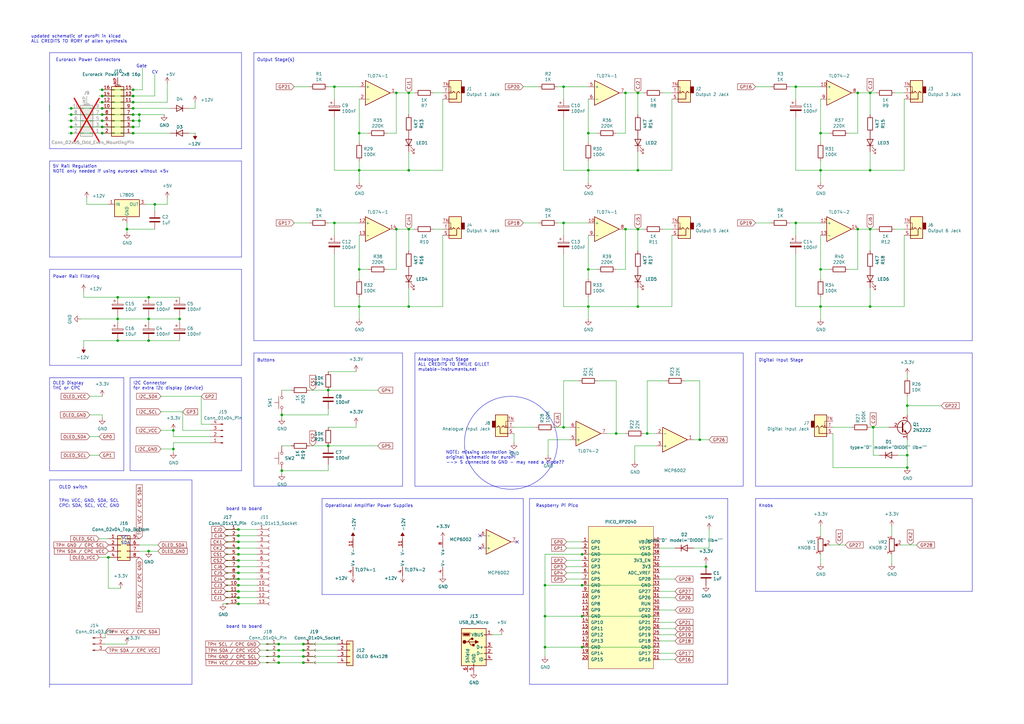
<source format=kicad_sch>
(kicad_sch (version 20230121) (generator eeschema)
  (paper "A3")
  (junction (at -95.25 100.33))
  (junction (at 147.32 54.61))
  (junction (at 54.61 49.53))
  (junction (at -80.01 105.41))
  (junction (at 44.45 228.6))
  (junction (at 54.61 46.99))
  (junction (at 124.46 264.16))
  (junction (at 356.87 93.98))
  (junction (at 97.79 224.79))
  (junction (at 134.62 182.88))
  (junction (at 336.55 54.61))
  (junction (at 372.11 191.77))
  (junction (at 97.79 229.87))
  (junction (at 114.3 271.78))
  (junction (at -59.69 105.41))
  (junction (at 351.79 38.1))
  (junction (at 336.55 125.73))
  (junction (at 48.26 121.92))
  (junction (at 97.79 237.49))
  (junction (at 241.3 110.49))
  (junction (at 48.26 130.81))
  (junction (at 137.16 35.56))
  (junction (at 97.79 242.57))
  (junction (at 41.91 44.45))
  (junction (at 372.11 166.37))
  (junction (at 167.64 38.1))
  (junction (at -105.41 132.08))
  (junction (at 326.39 91.44))
  (junction (at 238.76 227.33))
  (junction (at 287.02 180.34))
  (junction (at 238.76 240.03))
  (junction (at 29.21 46.99))
  (junction (at 54.61 54.61))
  (junction (at 167.64 69.85))
  (junction (at 97.79 232.41))
  (junction (at 231.14 175.26))
  (junction (at 223.52 252.73))
  (junction (at 241.3 54.61))
  (junction (at 134.62 160.02))
  (junction (at -44.45 105.41))
  (junction (at -78.74 115.57))
  (junction (at 41.91 41.91))
  (junction (at 238.76 265.43))
  (junction (at 252.73 177.8))
  (junction (at 256.54 38.1))
  (junction (at -95.25 120.65))
  (junction (at 124.46 271.78))
  (junction (at 73.66 130.81))
  (junction (at 356.87 125.73))
  (junction (at 60.96 226.06))
  (junction (at 137.16 91.44))
  (junction (at 261.62 93.98))
  (junction (at 114.3 264.16))
  (junction (at 372.11 186.69))
  (junction (at 57.15 46.99))
  (junction (at 29.21 44.45))
  (junction (at 231.14 91.44))
  (junction (at 29.21 49.53))
  (junction (at 41.91 39.37))
  (junction (at 54.61 44.45))
  (junction (at 147.32 69.85))
  (junction (at 351.79 93.98))
  (junction (at 336.55 110.49))
  (junction (at 54.61 36.83))
  (junction (at 97.79 234.95))
  (junction (at 162.56 93.98))
  (junction (at 223.52 265.43))
  (junction (at 41.91 36.83))
  (junction (at 326.39 35.56))
  (junction (at 114.3 269.24))
  (junction (at 97.79 245.11))
  (junction (at 97.79 240.03))
  (junction (at 63.5 83.82))
  (junction (at 261.62 69.85))
  (junction (at -78.74 110.49))
  (junction (at 124.46 266.7))
  (junction (at 238.76 252.73))
  (junction (at 60.96 139.7))
  (junction (at -82.55 119.38))
  (junction (at 231.14 35.56))
  (junction (at 48.26 139.7))
  (junction (at 256.54 93.98))
  (junction (at 97.79 227.33))
  (junction (at 97.79 247.65))
  (junction (at 41.91 49.53))
  (junction (at 336.55 69.85))
  (junction (at 41.91 52.07))
  (junction (at 162.56 38.1))
  (junction (at -95.25 86.36))
  (junction (at 57.15 49.53))
  (junction (at 261.62 125.73))
  (junction (at 115.57 193.04))
  (junction (at 97.79 222.25))
  (junction (at 356.87 38.1))
  (junction (at 356.87 69.85))
  (junction (at 115.57 170.18))
  (junction (at 124.46 269.24))
  (junction (at 54.61 52.07))
  (junction (at 29.21 54.61))
  (junction (at 54.61 39.37))
  (junction (at 97.79 219.71))
  (junction (at 54.61 41.91))
  (junction (at 71.12 176.53))
  (junction (at 41.91 46.99))
  (junction (at 358.14 175.26))
  (junction (at 241.3 69.85))
  (junction (at 223.52 240.03))
  (junction (at 261.62 38.1))
  (junction (at 41.91 54.61))
  (junction (at 289.56 232.41))
  (junction (at 29.21 52.07))
  (junction (at 60.96 121.92))
  (junction (at 167.64 125.73))
  (junction (at 71.12 184.15))
  (junction (at 60.96 130.81))
  (junction (at 114.3 266.7))
  (junction (at 52.07 93.98))
  (junction (at -44.45 110.49))
  (junction (at 97.79 217.17))
  (junction (at 167.64 93.98))
  (junction (at 147.32 110.49))
  (junction (at 265.43 177.8))
  (junction (at 147.32 125.73))
  (junction (at 241.3 125.73))
  (no_connect (at 196.85 219.71))
  (no_connect (at 212.09 222.25))
  (no_connect (at 196.85 224.79))
  (wire (pts (xy -107.95 105.41) (xy -110.49 105.41)))
  (wire (pts (xy 92.71 234.95) (xy 97.79 234.95)))
  (wire (pts (xy 137.16 91.44) (xy 134.62 91.44)))
  (wire (pts (xy 92.71 237.49) (xy 97.79 237.49)))
  (wire (pts (xy 358.14 186.69) (xy 358.14 175.26)))
  (wire (pts (xy 356.87 102.87) (xy 356.87 93.98)))
  (wire (pts (xy 71.12 181.61) (xy 86.36 181.61)))
  (wire (pts (xy 114.3 264.16) (xy 124.46 264.16)))
  (wire (pts (xy 54.61 41.91) (xy 68.58 41.91)))
  (wire (pts (xy 137.16 69.85) (xy 137.16 48.26)))
  (wire (pts (xy 167.64 118.11) (xy 167.64 125.73)))
  (wire (pts (xy 97.79 234.95) (xy 105.41 234.95)))
  (wire (pts (xy 372.11 186.69) (xy 372.11 180.34)))
  (wire (pts (xy 34.29 119.38) (xy 34.29 121.92)))
  (wire (pts (xy 27.94 52.07) (xy 29.21 52.07)))
  (polyline (pts (xy 20.32 149.86) (xy 99.06 149.86)))
  (wire (pts (xy 134.62 175.26) (xy 146.05 175.26)))
  (wire (pts (xy 146.05 173.99) (xy 146.05 175.26)))
  (wire (pts (xy -44.45 110.49) (xy -44.45 107.95)))
  (polyline (pts (xy 309.88 204.47) (xy 398.78 204.47)))
  (wire (pts (xy 372.11 166.37) (xy 372.11 162.56)))
  (polyline (pts (xy 20.32 21.59) (xy 99.06 21.59)))
  (wire (pts (xy 114.3 269.24) (xy 106.68 269.24)))
  (wire (pts (xy 372.11 170.18) (xy 372.11 166.37)))
  (wire (pts (xy 356.87 93.98) (xy 351.79 93.98)))
  (wire (pts (xy 368.3 186.69) (xy 372.11 186.69)))
  (wire (pts (xy 270.51 267.97) (xy 276.86 267.97)))
  (wire (pts (xy -110.49 132.08) (xy -105.41 132.08)))
  (wire (pts (xy 336.55 96.52) (xy 336.55 110.49)))
  (wire (pts (xy 349.25 175.26) (xy 341.63 175.26)))
  (polyline (pts (xy 20.32 105.41) (xy 99.06 105.41)))
  (wire (pts (xy 351.79 54.61) (xy 347.98 54.61)))
  (wire (pts (xy 170.18 93.98) (xy 167.64 93.98)))
  (wire (pts (xy 370.84 96.52) (xy 370.84 125.73)))
  (wire (pts (xy 68.58 41.91) (xy 68.58 34.29)))
  (wire (pts (xy 120.65 91.44) (xy 127 91.44)))
  (polyline (pts (xy 398.78 21.59) (xy 104.14 21.59)))
  (wire (pts (xy 77.47 44.45) (xy 80.01 44.45)))
  (polyline (pts (xy 398.78 199.39) (xy 309.88 199.39)))
  (wire (pts (xy -44.45 110.49) (xy -44.45 116.84)))
  (polyline (pts (xy 298.45 204.47) (xy 298.45 280.67)))
  (wire (pts (xy 341.63 177.8) (xy 341.63 191.77)))
  (wire (pts (xy 356.87 118.11) (xy 356.87 125.73)))
  (wire (pts (xy 73.66 130.81) (xy 73.66 129.54)))
  (wire (pts (xy 147.32 54.61) (xy 147.32 58.42)))
  (wire (pts (xy 375.92 223.52) (xy 369.57 223.52)))
  (wire (pts (xy 264.16 38.1) (xy 261.62 38.1)))
  (wire (pts (xy 41.91 44.45) (xy 54.61 44.45)))
  (wire (pts (xy 41.91 41.91) (xy 54.61 41.91)))
  (wire (pts (xy 48.26 130.81) (xy 48.26 129.54)))
  (wire (pts (xy 66.04 168.91) (xy 74.93 168.91)))
  (wire (pts (xy 287.02 156.21) (xy 287.02 180.34)))
  (wire (pts (xy 356.87 69.85) (xy 370.84 69.85)))
  (wire (pts (xy 241.3 110.49) (xy 241.3 114.3)))
  (wire (pts (xy -59.69 105.41) (xy -44.45 105.41)))
  (polyline (pts (xy 99.06 105.41) (xy 99.06 66.04)))
  (wire (pts (xy 114.3 269.24) (xy 124.46 269.24)))
  (wire (pts (xy 270.51 257.81) (xy 276.86 257.81)))
  (wire (pts (xy 40.64 41.91) (xy 41.91 41.91)))
  (wire (pts (xy 270.51 262.89) (xy 276.86 262.89)))
  (wire (pts (xy 41.91 170.18) (xy 36.83 170.18)))
  (wire (pts (xy 167.64 38.1) (xy 162.56 38.1)))
  (polyline (pts (xy 99.06 154.94) (xy 99.06 193.04)))
  (wire (pts (xy -59.69 105.41) (xy -59.69 100.33)))
  (wire (pts (xy 92.71 229.87) (xy 97.79 229.87)))
  (wire (pts (xy 270.51 245.11) (xy 276.86 245.11)))
  (wire (pts (xy 48.26 139.7) (xy 60.96 139.7)))
  (wire (pts (xy 223.52 227.33) (xy 223.52 240.03)))
  (wire (pts (xy 73.66 130.81) (xy 60.96 130.81)))
  (wire (pts (xy 219.71 175.26) (xy 210.82 175.26)))
  (wire (pts (xy 134.62 160.02) (xy 154.94 160.02)))
  (wire (pts (xy 63.5 83.82) (xy 59.69 83.82)))
  (wire (pts (xy 370.84 93.98) (xy 367.03 93.98)))
  (wire (pts (xy 241.3 54.61) (xy 241.3 58.42)))
  (wire (pts (xy 29.21 46.99) (xy 41.91 46.99)))
  (wire (pts (xy 237.49 156.21) (xy 231.14 156.21)))
  (wire (pts (xy 29.21 52.07) (xy 41.91 52.07)))
  (wire (pts (xy 68.58 83.82) (xy 63.5 83.82)))
  (wire (pts (xy 82.55 173.99) (xy 86.36 173.99)))
  (polyline (pts (xy 104.14 139.7) (xy 398.78 139.7)))
  (wire (pts (xy 43.18 259.08) (xy 43.18 261.62)))
  (wire (pts (xy 289.56 231.14) (xy 289.56 232.41)))
  (wire (pts (xy 115.57 171.45) (xy 115.57 170.18)))
  (wire (pts (xy 210.82 177.8) (xy 210.82 181.61)))
  (wire (pts (xy 356.87 46.99) (xy 356.87 38.1)))
  (wire (pts (xy 231.14 96.52) (xy 231.14 91.44)))
  (wire (pts (xy 364.49 175.26) (xy 358.14 175.26)))
  (polyline (pts (xy 20.32 66.04) (xy 99.06 66.04)))
  (wire (pts (xy 256.54 110.49) (xy 252.73 110.49)))
  (wire (pts (xy 261.62 38.1) (xy 256.54 38.1)))
  (wire (pts (xy 127 160.02) (xy 134.62 160.02)))
  (wire (pts (xy 231.14 40.64) (xy 231.14 35.56)))
  (wire (pts (xy 60.96 132.08) (xy 60.96 130.81)))
  (wire (pts (xy 276.86 224.79) (xy 270.51 224.79)))
  (wire (pts (xy 224.79 180.34) (xy 233.68 180.34)))
  (wire (pts (xy 231.14 125.73) (xy 231.14 104.14)))
  (wire (pts (xy 227.33 175.26) (xy 231.14 175.26)))
  (polyline (pts (xy 20.32 110.49) (xy 99.06 110.49)))
  (wire (pts (xy 35.56 83.82) (xy 44.45 83.82)))
  (polyline (pts (xy 309.88 242.57) (xy 309.88 204.47)))
  (wire (pts (xy 340.36 54.61) (xy 336.55 54.61)))
  (wire (pts (xy 214.63 91.44) (xy 220.98 91.44)))
  (wire (pts (xy 57.15 223.52) (xy 64.77 223.52)))
  (wire (pts (xy 290.83 180.34) (xy 287.02 180.34)))
  (wire (pts (xy -119.38 115.57) (xy -119.38 100.33)))
  (polyline (pts (xy 170.18 199.39) (xy 304.8 199.39)))
  (polyline (pts (xy 398.78 204.47) (xy 398.78 242.57)))
  (wire (pts (xy 54.61 44.45) (xy 69.85 44.45)))
  (wire (pts (xy 326.39 91.44) (xy 336.55 91.44)))
  (wire (pts (xy 181.61 96.52) (xy 181.61 125.73)))
  (wire (pts (xy 238.76 240.03) (xy 223.52 240.03)))
  (wire (pts (xy 63.5 93.98) (xy 52.07 93.98)))
  (wire (pts (xy 238.76 265.43) (xy 270.51 265.43)))
  (wire (pts (xy 92.71 242.57) (xy 97.79 242.57)))
  (wire (pts (xy 351.79 93.98) (xy 351.79 110.49)))
  (wire (pts (xy 341.63 191.77) (xy 372.11 191.77)))
  (wire (pts (xy 232.41 232.41) (xy 238.76 232.41)))
  (polyline (pts (xy 309.88 144.78) (xy 398.78 144.78)))
  (wire (pts (xy 365.76 231.14) (xy 365.76 227.33)))
  (polyline (pts (xy 170.18 144.78) (xy 170.18 199.39)))
  (wire (pts (xy 260.35 182.88) (xy 269.24 182.88)))
  (wire (pts (xy 372.11 153.67) (xy 372.11 154.94)))
  (wire (pts (xy 261.62 93.98) (xy 256.54 93.98)))
  (wire (pts (xy -110.49 105.41) (xy -110.49 132.08)))
  (polyline (pts (xy 165.1 199.39) (xy 165.1 144.78)))
  (wire (pts (xy 40.64 220.98) (xy 44.45 220.98)))
  (wire (pts (xy 356.87 125.73) (xy 370.84 125.73)))
  (wire (pts (xy 82.55 162.56) (xy 82.55 173.99)))
  (wire (pts (xy 167.64 62.23) (xy 167.64 69.85)))
  (polyline (pts (xy 132.08 243.84) (xy 132.08 204.47)))
  (polyline (pts (xy 50.8 193.04) (xy 20.32 193.04)))
  (wire (pts (xy 74.93 176.53) (xy 86.36 176.53)))
  (wire (pts (xy 97.79 247.65) (xy 105.41 247.65)))
  (wire (pts (xy 241.3 40.64) (xy 241.3 54.61)))
  (wire (pts (xy 360.68 186.69) (xy 358.14 186.69)))
  (wire (pts (xy 97.79 224.79) (xy 105.41 224.79)))
  (wire (pts (xy -74.93 115.57) (xy -78.74 115.57)))
  (wire (pts (xy 44.45 228.6) (xy 44.45 241.3)))
  (wire (pts (xy 40.64 228.6) (xy 44.45 228.6)))
  (wire (pts (xy 97.79 217.17) (xy 105.41 217.17)))
  (wire (pts (xy 92.71 227.33) (xy 97.79 227.33)))
  (wire (pts (xy 34.29 142.24) (xy 34.29 139.7)))
  (wire (pts (xy 97.79 237.49) (xy 105.41 237.49)))
  (wire (pts (xy 326.39 69.85) (xy 326.39 48.26)))
  (wire (pts (xy 181.61 38.1) (xy 177.8 38.1)))
  (wire (pts (xy 29.21 44.45) (xy 41.91 44.45)))
  (wire (pts (xy 270.51 260.35) (xy 276.86 260.35)))
  (polyline (pts (xy 104.14 21.59) (xy 104.14 139.7)))
  (polyline (pts (xy 132.08 204.47) (xy 214.63 204.47)))
  (wire (pts (xy 265.43 156.21) (xy 265.43 177.8)))
  (wire (pts (xy 223.52 252.73) (xy 238.76 252.73)))
  (wire (pts (xy 147.32 74.93) (xy 147.32 69.85)))
  (wire (pts (xy -95.25 121.92) (xy -95.25 120.65)))
  (wire (pts (xy 60.96 130.81) (xy 60.96 129.54)))
  (wire (pts (xy 256.54 38.1) (xy 256.54 54.61)))
  (wire (pts (xy 41.91 54.61) (xy 54.61 54.61)))
  (wire (pts (xy 241.3 69.85) (xy 231.14 69.85)))
  (wire (pts (xy 326.39 35.56) (xy 336.55 35.56)))
  (wire (pts (xy 115.57 194.31) (xy 115.57 193.04)))
  (wire (pts (xy 309.88 91.44) (xy 316.23 91.44)))
  (wire (pts (xy 92.71 217.17) (xy 97.79 217.17)))
  (wire (pts (xy 71.12 184.15) (xy 66.04 184.15)))
  (polyline (pts (xy 20.32 60.96) (xy 99.06 60.96)))
  (polyline (pts (xy 99.06 60.96) (xy 99.06 21.59)))
  (wire (pts (xy 71.12 176.53) (xy 71.12 179.07)))
  (wire (pts (xy 270.51 250.19) (xy 276.86 250.19)))
  (wire (pts (xy 60.96 130.81) (xy 48.26 130.81)))
  (wire (pts (xy 97.79 222.25) (xy 105.41 222.25)))
  (wire (pts (xy 238.76 252.73) (xy 270.51 252.73)))
  (wire (pts (xy 54.61 54.61) (xy 69.85 54.61)))
  (wire (pts (xy -105.41 120.65) (xy -95.25 120.65)))
  (wire (pts (xy 238.76 229.87) (xy 232.41 229.87)))
  (wire (pts (xy -69.85 93.98) (xy -80.01 93.98)))
  (wire (pts (xy 326.39 91.44) (xy 323.85 91.44)))
  (wire (pts (xy 336.55 69.85) (xy 356.87 69.85)))
  (wire (pts (xy -107.95 115.57) (xy -119.38 115.57)))
  (wire (pts (xy 265.43 177.8) (xy 264.16 177.8)))
  (wire (pts (xy 54.61 46.99) (xy 57.15 46.99)))
  (wire (pts (xy 214.63 35.56) (xy 220.98 35.56)))
  (wire (pts (xy -105.41 132.08) (xy -82.55 132.08)))
  (wire (pts (xy 346.71 223.52) (xy 340.36 223.52)))
  (wire (pts (xy -43.18 86.36) (xy -95.25 86.36)))
  (wire (pts (xy 326.39 40.64) (xy 326.39 35.56)))
  (wire (pts (xy 290.83 224.79) (xy 284.48 224.79)))
  (wire (pts (xy 137.16 35.56) (xy 134.62 35.56)))
  (wire (pts (xy 245.11 156.21) (xy 252.73 156.21)))
  (wire (pts (xy 134.62 152.4) (xy 146.05 152.4)))
  (wire (pts (xy 340.36 110.49) (xy 336.55 110.49)))
  (wire (pts (xy 124.46 266.7) (xy 138.43 266.7)))
  (wire (pts (xy 241.3 121.92) (xy 241.3 125.73)))
  (wire (pts (xy -95.25 86.36) (xy -95.25 100.33)))
  (wire (pts (xy 162.56 93.98) (xy 162.56 110.49)))
  (wire (pts (xy 97.79 219.71) (xy 105.41 219.71)))
  (polyline (pts (xy 165.1 144.78) (xy 104.14 144.78)))
  (wire (pts (xy 241.3 74.93) (xy 241.3 69.85)))
  (wire (pts (xy 241.3 96.52) (xy 241.3 110.49)))
  (polyline (pts (xy 304.8 199.39) (xy 304.8 144.78)))
  (wire (pts (xy 261.62 69.85) (xy 275.59 69.85)))
  (polyline (pts (xy 104.14 199.39) (xy 165.1 199.39)))
  (wire (pts (xy 167.64 102.87) (xy 167.64 93.98)))
  (wire (pts (xy 232.41 222.25) (xy 238.76 222.25)))
  (polyline (pts (xy 398.78 242.57) (xy 309.88 242.57)))
  (wire (pts (xy 269.24 177.8) (xy 265.43 177.8)))
  (wire (pts (xy 29.21 54.61) (xy 41.91 54.61)))
  (wire (pts (xy 57.15 49.53) (xy 57.15 52.07)))
  (wire (pts (xy 54.61 46.99) (xy 41.91 46.99)))
  (wire (pts (xy 137.16 91.44) (xy 147.32 91.44)))
  (polyline (pts (xy 309.88 199.39) (xy 309.88 144.78)))
  (wire (pts (xy 54.61 52.07) (xy 57.15 52.07)))
  (wire (pts (xy 41.91 162.56) (xy 36.83 162.56)))
  (wire (pts (xy 275.59 96.52) (xy 275.59 125.73)))
  (wire (pts (xy 60.96 226.06) (xy 64.77 226.06)))
  (wire (pts (xy 167.64 93.98) (xy 162.56 93.98)))
  (wire (pts (xy 356.87 38.1) (xy 351.79 38.1)))
  (wire (pts (xy 147.32 96.52) (xy 147.32 110.49)))
  (wire (pts (xy 162.56 110.49) (xy 158.75 110.49)))
  (wire (pts (xy 241.3 130.81) (xy 241.3 125.73)))
  (polyline (pts (xy 20.32 21.59) (xy 20.32 60.96)))
  (wire (pts (xy 326.39 35.56) (xy 323.85 35.56)))
  (wire (pts (xy 351.79 38.1) (xy 351.79 54.61)))
  (wire (pts (xy 92.71 232.41) (xy 97.79 232.41)))
  (wire (pts (xy 231.14 91.44) (xy 241.3 91.44)))
  (wire (pts (xy 40.64 39.37) (xy 41.91 39.37)))
  (wire (pts (xy 289.56 232.41) (xy 270.51 232.41)))
  (polyline (pts (xy 20.32 193.04) (xy 20.32 154.94)))
  (wire (pts (xy 231.14 156.21) (xy 231.14 175.26)))
  (wire (pts (xy 60.96 139.7) (xy 73.66 139.7)))
  (wire (pts (xy 359.41 93.98) (xy 356.87 93.98)))
  (wire (pts (xy 71.12 176.53) (xy 66.04 176.53)))
  (wire (pts (xy 106.68 264.16) (xy 114.3 264.16)))
  (wire (pts (xy -39.37 116.84) (xy -44.45 116.84)))
  (wire (pts (xy 80.01 41.91) (xy 80.01 44.45)))
  (wire (pts (xy 92.71 222.25) (xy 97.79 222.25)))
  (wire (pts (xy 231.14 175.26) (xy 233.68 175.26)))
  (wire (pts (xy 40.64 179.07) (xy 36.83 179.07)))
  (wire (pts (xy 231.14 69.85) (xy 231.14 48.26)))
  (wire (pts (xy 147.32 130.81) (xy 147.32 125.73)))
  (polyline (pts (xy 398.78 144.78) (xy 398.78 199.39)))
  (wire (pts (xy 241.3 125.73) (xy 261.62 125.73)))
  (wire (pts (xy 264.16 93.98) (xy 261.62 93.98)))
  (wire (pts (xy 147.32 125.73) (xy 167.64 125.73)))
  (wire (pts (xy 245.11 110.49) (xy 241.3 110.49)))
  (wire (pts (xy 57.15 226.06) (xy 60.96 226.06)))
  (wire (pts (xy 124.46 264.16) (xy 138.43 264.16)))
  (wire (pts (xy 336.55 69.85) (xy 326.39 69.85)))
  (wire (pts (xy 97.79 245.11) (xy 105.41 245.11)))
  (wire (pts (xy 58.42 27.94) (xy 58.42 36.83)))
  (wire (pts (xy 162.56 38.1) (xy 162.56 54.61)))
  (wire (pts (xy 238.76 227.33) (xy 270.51 227.33)))
  (wire (pts (xy 48.26 121.92) (xy 60.96 121.92)))
  (wire (pts (xy 336.55 66.04) (xy 336.55 69.85)))
  (wire (pts (xy -80.01 101.6) (xy -80.01 105.41)))
  (wire (pts (xy 60.96 121.92) (xy 73.66 121.92)))
  (wire (pts (xy 223.52 252.73) (xy 223.52 265.43)))
  (wire (pts (xy 241.3 66.04) (xy 241.3 69.85)))
  (wire (pts (xy 119.38 160.02) (xy 115.57 160.02)))
  (wire (pts (xy 336.55 215.9) (xy 336.55 219.71)))
  (wire (pts (xy 48.26 132.08) (xy 48.26 130.81)))
  (wire (pts (xy 336.55 125.73) (xy 356.87 125.73)))
  (wire (pts (xy 41.91 171.45) (xy 41.91 170.18)))
  (wire (pts (xy 275.59 38.1) (xy 271.78 38.1)))
  (wire (pts (xy 114.3 271.78) (xy 124.46 271.78)))
  (wire (pts (xy 336.55 74.93) (xy 336.55 69.85)))
  (wire (pts (xy 97.79 240.03) (xy 105.41 240.03)))
  (wire (pts (xy 20.32 45.72) (xy 20.32 43.18)))
  (wire (pts (xy 54.61 36.83) (xy 58.42 36.83)))
  (wire (pts (xy 358.14 175.26) (xy 356.87 175.26)))
  (wire (pts (xy 52.07 264.16) (xy 43.18 264.16)))
  (polyline (pts (xy 99.06 193.04) (xy 53.34 193.04)))
  (wire (pts (xy 137.16 96.52) (xy 137.16 91.44)))
  (wire (pts (xy 167.64 125.73) (xy 181.61 125.73)))
  (wire (pts (xy 326.39 125.73) (xy 326.39 104.14)))
  (wire (pts (xy -71.12 110.49) (xy -44.45 110.49)))
  (polyline (pts (xy 398.78 139.7) (xy 398.78 21.59)))
  (wire (pts (xy 33.02 130.81) (xy 48.26 130.81)))
  (wire (pts (xy 336.55 227.33) (xy 336.55 231.14)))
  (wire (pts (xy 238.76 265.43) (xy 223.52 265.43)))
  (wire (pts (xy 336.55 40.64) (xy 336.55 54.61)))
  (wire (pts (xy 231.14 91.44) (xy 228.6 91.44)))
  (wire (pts (xy 137.16 35.56) (xy 147.32 35.56)))
  (wire (pts (xy -74.93 119.38) (xy -74.93 115.57)))
  (wire (pts (xy 124.46 271.78) (xy 138.43 271.78)))
  (wire (pts (xy 147.32 66.04) (xy 147.32 69.85)))
  (wire (pts (xy 309.88 35.56) (xy 316.23 35.56)))
  (wire (pts (xy 91.44 247.65) (xy 97.79 247.65)))
  (wire (pts (xy 290.83 217.17) (xy 290.83 224.79)))
  (wire (pts (xy -67.31 105.41) (xy -71.12 105.41)))
  (polyline (pts (xy 50.8 154.94) (xy 50.8 193.04)))
  (polyline (pts (xy 20.32 281.94) (xy 20.32 196.85)))
  (wire (pts (xy 27.94 46.99) (xy 29.21 46.99)))
  (wire (pts (xy 114.3 266.7) (xy 124.46 266.7)))
  (wire (pts (xy 356.87 62.23) (xy 356.87 69.85)))
  (wire (pts (xy -82.55 105.41) (xy -80.01 105.41)))
  (wire (pts (xy 54.61 49.53) (xy 57.15 49.53)))
  (wire (pts (xy 238.76 227.33) (xy 223.52 227.33)))
  (wire (pts (xy 241.3 69.85) (xy 261.62 69.85)))
  (wire (pts (xy 284.48 180.34) (xy 287.02 180.34)))
  (wire (pts (xy 270.51 242.57) (xy 276.86 242.57)))
  (wire (pts (xy 261.62 125.73) (xy 275.59 125.73)))
  (polyline (pts (xy 99.06 149.86) (xy 99.06 110.49)))
  (wire (pts (xy 63.5 30.48) (xy 63.5 39.37)))
  (wire (pts (xy 238.76 224.79) (xy 232.41 224.79)))
  (wire (pts (xy 162.56 54.61) (xy 158.75 54.61)))
  (wire (pts (xy 57.15 46.99) (xy 57.15 49.53)))
  (wire (pts (xy 71.12 184.15) (xy 71.12 181.61)))
  (wire (pts (xy 147.32 121.92) (xy 147.32 125.73)))
  (wire (pts (xy 336.55 54.61) (xy 336.55 58.42)))
  (wire (pts (xy 372.11 191.77) (xy 372.11 186.69)))
  (wire (pts (xy 97.79 229.87) (xy 105.41 229.87)))
  (wire (pts (xy 41.91 52.07) (xy 54.61 52.07)))
  (wire (pts (xy -78.74 110.49) (xy -78.74 115.57)))
  (wire (pts (xy 134.62 190.5) (xy 134.62 193.04)))
  (wire (pts (xy 63.5 86.36) (xy 63.5 83.82)))
  (wire (pts (xy 52.07 93.98) (xy 52.07 91.44)))
  (wire (pts (xy 336.55 110.49) (xy 336.55 114.3)))
  (polyline (pts (xy 214.63 204.47) (xy 214.63 243.84)))
  (wire (pts (xy 167.64 46.99) (xy 167.64 38.1)))
  (wire (pts (xy 256.54 93.98) (xy 256.54 110.49)))
  (wire (pts (xy 256.54 54.61) (xy 252.73 54.61)))
  (wire (pts (xy 287.02 156.21) (xy 280.67 156.21)))
  (wire (pts (xy 41.91 39.37) (xy 54.61 39.37)))
  (wire (pts (xy 181.61 40.64) (xy 181.61 69.85)))
  (wire (pts (xy 245.11 54.61) (xy 241.3 54.61)))
  (wire (pts (xy 270.51 237.49) (xy 276.86 237.49)))
  (wire (pts (xy 27.94 44.45) (xy 29.21 44.45)))
  (wire (pts (xy 134.62 167.64) (xy 134.62 170.18)))
  (wire (pts (xy 35.56 81.28) (xy 35.56 83.82)))
  (wire (pts (xy 71.12 179.07) (xy 86.36 179.07)))
  (wire (pts (xy 232.41 234.95) (xy 238.76 234.95)))
  (wire (pts (xy 270.51 270.51) (xy 276.86 270.51)))
  (polyline (pts (xy 78.74 280.67) (xy 20.32 280.67)))
  (wire (pts (xy 336.55 121.92) (xy 336.55 125.73)))
  (wire (pts (xy 134.62 182.88) (xy 154.94 182.88)))
  (wire (pts (xy 205.74 260.35) (xy 201.93 260.35)))
  (wire (pts (xy 73.66 132.08) (xy 73.66 130.81)))
  (wire (pts (xy 370.84 40.64) (xy 370.84 69.85)))
  (wire (pts (xy 92.71 245.11) (xy 97.79 245.11)))
  (wire (pts (xy 48.26 121.92) (xy 34.29 121.92)))
  (wire (pts (xy 92.71 219.71) (xy 97.79 219.71)))
  (wire (pts (xy 261.62 62.23) (xy 261.62 69.85)))
  (wire (pts (xy 66.04 162.56) (xy 82.55 162.56)))
  (polyline (pts (xy 20.32 154.94) (xy 50.8 154.94)))
  (wire (pts (xy -80.01 105.41) (xy -78.74 105.41)))
  (wire (pts (xy -82.55 110.49) (xy -78.74 110.49)))
  (wire (pts (xy 124.46 269.24) (xy 138.43 269.24)))
  (wire (pts (xy 270.51 255.27) (xy 276.86 255.27)))
  (wire (pts (xy 74.93 168.91) (xy 74.93 176.53)))
  (wire (pts (xy 170.18 38.1) (xy 167.64 38.1)))
  (wire (pts (xy 137.16 125.73) (xy 137.16 104.14)))
  (wire (pts (xy 147.32 110.49) (xy 147.32 114.3)))
  (wire (pts (xy 137.16 40.64) (xy 137.16 35.56)))
  (wire (pts (xy 68.58 81.28) (xy 68.58 83.82)))
  (wire (pts (xy 40.64 36.83) (xy 41.91 36.83)))
  (wire (pts (xy 252.73 177.8) (xy 248.92 177.8)))
  (wire (pts (xy -105.41 121.92) (xy -105.41 120.65)))
  (wire (pts (xy 52.07 95.25) (xy 52.07 93.98)))
  (wire (pts (xy 256.54 177.8) (xy 252.73 177.8)))
  (wire (pts (xy 120.65 35.56) (xy 127 35.56)))
  (wire (pts (xy 181.61 93.98) (xy 177.8 93.98)))
  (wire (pts (xy 71.12 185.42) (xy 71.12 184.15)))
  (polyline (pts (xy 20.32 110.49) (xy 20.32 149.86)))
  (wire (pts (xy 34.29 139.7) (xy 48.26 139.7)))
  (wire (pts (xy 41.91 36.83) (xy 54.61 36.83)))
  (wire (pts (xy 336.55 130.81) (xy 336.55 125.73)))
  (wire (pts (xy 147.32 125.73) (xy 137.16 125.73)))
  (wire (pts (xy 265.43 156.21) (xy 273.05 156.21)))
  (wire (pts (xy 275.59 40.64) (xy 275.59 69.85)))
  (wire (pts (xy 97.79 232.41) (xy 105.41 232.41)))
  (wire (pts (xy 370.84 38.1) (xy 367.03 38.1)))
  (wire (pts (xy 365.76 215.9) (xy 365.76 219.71)))
  (wire (pts (xy -82.55 115.57) (xy -82.55 119.38)))
  (wire (pts (xy -119.38 100.33) (xy -95.25 100.33)))
  (wire (pts (xy -43.18 102.87) (xy -43.18 86.36)))
  (wire (pts (xy -69.85 100.33) (xy -69.85 96.52)))
  (wire (pts (xy 97.79 242.57) (xy 105.41 242.57)))
  (wire (pts (xy 241.3 125.73) (xy 231.14 125.73)))
  (wire (pts (xy 29.21 49.53) (xy 41.91 49.53)))
  (wire (pts (xy 261.62 102.87) (xy 261.62 93.98)))
  (wire (pts (xy 151.13 110.49) (xy 147.32 110.49)))
  (wire (pts (xy 151.13 54.61) (xy 147.32 54.61)))
  (polyline (pts (xy 20.32 196.85) (xy 78.74 196.85)))
  (wire (pts (xy -44.45 105.41) (xy -39.37 105.41)))
  (wire (pts (xy 114.3 266.7) (xy 106.68 266.7)))
  (polyline (pts (xy 104.14 144.78) (xy 104.14 199.39)))
  (wire (pts (xy -43.18 102.87) (xy -44.45 102.87)))
  (wire (pts (xy 114.3 271.78) (xy 106.68 271.78)))
  (wire (pts (xy 351.79 110.49) (xy 347.98 110.49)))
  (wire (pts (xy -82.55 119.38) (xy -82.55 132.08)))
  (polyline (pts (xy 53.34 154.94) (xy 99.06 154.94)))
  (polyline (pts (xy 53.34 193.04) (xy 53.34 154.94)))
  (polyline (pts (xy 214.63 243.84) (xy 132.08 243.84)))
  (wire (pts (xy 359.41 38.1) (xy 356.87 38.1)))
  (polyline (pts (xy 78.74 196.85) (xy 78.74 280.67)))
  (wire (pts (xy 134.62 170.18) (xy 115.57 170.18)))
  (polyline (pts (xy 217.17 204.47) (xy 298.45 204.47)))
  (wire (pts (xy 223.52 240.03) (xy 223.52 252.73)))
  (wire (pts (xy 41.91 49.53) (xy 54.61 49.53)))
  (polyline (pts (xy 298.45 280.67) (xy 217.17 280.67)))
  (wire (pts (xy 77.47 54.61) (xy 80.01 54.61)))
  (wire (pts (xy 44.45 241.3) (xy 49.53 241.3)))
  (wire (pts (xy 231.14 35.56) (xy 241.3 35.56)))
  (wire (pts (xy 92.71 240.03) (xy 97.79 240.03)))
  (wire (pts (xy 147.32 69.85) (xy 167.64 69.85)))
  (wire (pts (xy 27.94 49.53) (xy 29.21 49.53)))
  (wire (pts (xy 224.79 186.69) (xy 224.79 180.34)))
  (wire (pts (xy 127 182.88) (xy 134.62 182.88)))
  (wire (pts (xy 147.32 69.85) (xy 137.16 69.85)))
  (wire (pts (xy 54.61 39.37) (xy 63.5 39.37)))
  (wire (pts (xy 92.71 224.79) (xy 97.79 224.79)))
  (polyline (pts (xy 20.32 66.04) (xy 20.32 105.41)))
  (wire (pts (xy 326.39 96.52) (xy 326.39 91.44)))
  (wire (pts (xy 261.62 46.99) (xy 261.62 38.1)))
  (wire (pts (xy -105.41 129.54) (xy -105.41 132.08)))
  (wire (pts (xy -59.69 100.33) (xy -69.85 100.33)))
  (wire (pts (xy 57.15 46.99) (xy 67.31 46.99)))
  (wire (pts (xy 275.59 93.98) (xy 271.78 93.98)))
  (wire (pts (xy 260.35 189.23) (xy 260.35 182.88)))
  (wire (pts (xy 36.83 186.69) (xy 40.64 186.69)))
  (wire (pts (xy 27.94 54.61) (xy 29.21 54.61)))
  (polyline (pts (xy 304.8 144.78) (xy 170.18 144.78)))
  (wire (pts (xy 232.41 237.49) (xy 238.76 237.49)))
  (wire (pts (xy 147.32 40.64) (xy 147.32 54.61)))
  (wire (pts (xy 134.62 193.04) (xy 115.57 193.04)))
  (wire (pts (xy 261.62 118.11) (xy 261.62 125.73)))
  (wire (pts (xy 386.08 166.37) (xy 372.11 166.37)))
  (wire (pts (xy 167.64 69.85) (xy 181.61 69.85)))
  (wire (pts (xy 336.55 125.73) (xy 326.39 125.73)))
  (wire (pts (xy 238.76 240.03) (xy 270.51 240.03)))
  (wire (pts (xy 119.38 182.88) (xy 115.57 182.88)))
  (wire (pts (xy 252.73 156.21) (xy 252.73 177.8)))
  (wire (pts (xy 231.14 35.56) (xy 228.6 35.56)))
  (polyline (pts (xy 217.17 280.67) (xy 217.17 204.47)))
  (wire (pts (xy 223.52 265.43) (xy 223.52 269.24)))
  (wire (pts (xy 97.79 227.33) (xy 105.41 227.33)))
  (circle (center 209.55 181.61) (radius 19.05))
  (text "Eurorack Power Connectors" (at 22.86 25.4 0) (effects (font (size 1.27 1.27)) (justify left bottom)))
  (text "Operational Amplifier Power Supplies" (at 133.35 208.28 0) (effects (font (size 1.27 1.27)) (justify left bottom)))
  (text "Raspberry Pi Pico" (at 219.71 208.28 0) (effects (font (size 1.27 1.27)) (justify left bottom)))
  (text "NOTE: missing connection in \noriginal schematic for euroPI\n--> S connected to GND - may need a diode??" (at 182.88 190.5 0) (effects (font (size 1.27 1.27)) (justify left bottom)))
  (text "Gate" (at 55.88 27.94 0) (effects (font (size 1.27 1.27)) (justify left bottom)))
  (text "OLED switch" (at 24.13 200.66 0) (effects (font (size 1.27 1.27)) (justify left bottom)))
  (text "updated schematic of euroPI in kicad\nALL CREDITS TO RORY of allen synthesis" (at 12.7 17.78 0) (effects (font (size 1.27 1.27)) (justify left bottom)))
  (text "Digital Input Stage\n" (at 311.15 148.59 0) (effects (font (size 1.27 1.27)) (justify left bottom)))
  (text "5V Rail Regulation \nNOTE only needed if using eurorack without +5v" (at 21.59 71.12 0) (effects (font (size 1.27 1.27)) (justify left bottom)))
  (text "Output Stage(s)" (at 105.41 25.4 0) (effects (font (size 1.27 1.27)) (justify left bottom)))
  (text "Power Rail Filtering" (at 21.59 114.3 0) (effects (font (size 1.27 1.27)) (justify left bottom)))
  (text "I2C Connector\nfor extra i2c display (device)\n" (at 54.61 160.02 0) (effects (font (size 1.27 1.27)) (justify left bottom)))
  (text "TPH: VCC, GND, SDA, SCL\nCPC: SDA, SCL, VCC, GND" (at 24.13 208.28 0) (effects (font (size 1.27 1.27)) (justify left bottom)))
  (text "CV" (at 62.23 30.48 0) (effects (font (size 1.27 1.27)) (justify left bottom)))
  (text "Buttons" (at 105.41 148.59 0) (effects (font (size 1.27 1.27)) (justify left bottom)))
  (text "555 CLOCK" (at -120.65 90.17 0) (effects (font (size 1.27 1.27)) (justify left bottom)))
  (text "OLED Display\nTHC or CPC " (at 21.59 160.02 0) (effects (font (size 1.27 1.27)) (justify left bottom)))
  (text "board to board" (at 92.71 209.55 0) (effects (font (size 1.27 1.27)) (justify left bottom)))
  (text "SCL\nSDA" (at 49.53 223.52 0) (effects (font (size 1.27 1.27)) (justify left bottom)))
  (text "Analogue Input Stage\nALL CREDITS TO ÉMILIE GILLET\nmutable-instruments.net" (at 171.45 152.4 0) (effects (font (size 1.27 1.27)) (justify left bottom)))
  (text "Knobs" (at 311.15 208.28 0) (effects (font (size 1.27 1.27)) (justify left bottom)))
  (text "board to board" (at 92.71 257.81 0) (effects (font (size 1.27 1.27)) (justify left bottom)))
  (global_label "GP19" (shape input) (at 309.88 91.44 180) (property "Intersheetrefs" "${INTERSHEET_REFS}" (effects hide)))
  (global_label "TPH VCC {slash} CPC SDA" (shape input) (at 106.68 271.78 180) (property "Intersheetrefs" "${INTERSHEET_REFS}" (effects hide)))
  (global_label "OLED_SDA" (shape input) (at 64.77 223.52 0) (property "Intersheetrefs" "${INTERSHEET_REFS}" (effects hide)))
  (global_label "CJ2" (shape input) (at 261.62 38.1 90) (property "Intersheetrefs" "${INTERSHEET_REFS}" (effects hide)))
  (global_label "GP26" (shape input) (at 276.86 245.11 0) (property "Intersheetrefs" "${INTERSHEET_REFS}" (effects hide)))
  (global_label "GP3" (shape input) (at 232.41 232.41 180) (property "Intersheetrefs" "${INTERSHEET_REFS}" (effects hide)))
  (global_label "TPH GND {slash} CPC SCL" (shape input) (at 44.45 223.52 180) (property "Intersheetrefs" "${INTERSHEET_REFS}" (effects hide)))
  (global_label "GP4" (shape input) (at 154.94 160.02 0) (property "Intersheetrefs" "${INTERSHEET_REFS}" (effects hide)))
  (global_label "CJ1" (shape input) (at 92.71 245.11 180) (property "Intersheetrefs" "${INTERSHEET_REFS}" (effects hide)))
  (global_label "GP3" (shape input) (at 74.93 168.91 0) (property "Intersheetrefs" "${INTERSHEET_REFS}" (effects hide)))
  (global_label "GP21" (shape input) (at 120.65 35.56 180) (property "Intersheetrefs" "${INTERSHEET_REFS}" (effects hide)))
  (global_label "GP22" (shape input) (at 386.08 166.37 0) (property "Intersheetrefs" "${INTERSHEET_REFS}" (effects hide)))
  (global_label "TPH SDA {slash} CPC VCC" (shape input) (at 106.68 266.7 180) (property "Intersheetrefs" "${INTERSHEET_REFS}" (effects hide)))
  (global_label "OLED_VCC" (shape input) (at 40.64 228.6 180) (property "Intersheetrefs" "${INTERSHEET_REFS}" (effects hide)))
  (global_label "TPH SCL {slash} CPC GND" (shape input) (at 106.68 264.16 180) (property "Intersheetrefs" "${INTERSHEET_REFS}" (effects hide)))
  (global_label "CJ1" (shape input) (at 167.64 38.1 90) (property "Intersheetrefs" "${INTERSHEET_REFS}" (effects hide)))
  (global_label "GP5" (shape input) (at 232.41 237.49 180) (property "Intersheetrefs" "${INTERSHEET_REFS}" (effects hide)))
  (global_label "GP28" (shape input) (at 276.86 237.49 0) (property "Intersheetrefs" "${INTERSHEET_REFS}" (effects hide)))
  (global_label "GP27" (shape input) (at 276.86 242.57 0) (property "Intersheetrefs" "${INTERSHEET_REFS}" (effects hide)))
  (global_label "GP19" (shape input) (at 276.86 260.35 0) (property "Intersheetrefs" "${INTERSHEET_REFS}" (effects hide)))
  (global_label "CJ6" (shape input) (at 92.71 232.41 180) (property "Intersheetrefs" "${INTERSHEET_REFS}" (effects hide)))
  (global_label "GP0" (shape input) (at 232.41 222.25 180) (property "Intersheetrefs" "${INTERSHEET_REFS}" (effects hide)))
  (global_label "CS1" (shape input) (at 128.27 160.02 90) (property "Intersheetrefs" "${INTERSHEET_REFS}" (effects hide)))
  (global_label "CJ5" (shape input) (at 92.71 234.95 180) (property "Intersheetrefs" "${INTERSHEET_REFS}" (effects hide)))
  (global_label "OLED_GND" (shape input) (at 36.83 170.18 180) (property "Intersheetrefs" "${INTERSHEET_REFS}" (effects hide)))
  (global_label "I2C_VCC" (shape input) (at 66.04 176.53 180) (property "Intersheetrefs" "${INTERSHEET_REFS}" (effects hide)))
  (global_label "GP17" (shape input) (at 276.86 267.97 0) (property "Intersheetrefs" "${INTERSHEET_REFS}" (effects hide)))
  (global_label "TPH VCC {slash} CPC SDA" (shape input) (at 57.15 220.98 90) (property "Intersheetrefs" "${INTERSHEET_REFS}" (effects hide)))
  (global_label "GP20" (shape input) (at 276.86 257.81 0) (property "Intersheetrefs" "${INTERSHEET_REFS}" (effects hide)))
  (global_label "CJ2" (shape input) (at 92.71 242.57 180) (property "Intersheetrefs" "${INTERSHEET_REFS}" (effects hide)))
  (global_label "CJ4" (shape input) (at 167.64 93.98 90) (property "Intersheetrefs" "${INTERSHEET_REFS}" (effects hide)))
  (global_label "GP4" (shape input) (at 232.41 234.95 180) (property "Intersheetrefs" "${INTERSHEET_REFS}" (effects hide)))
  (global_label "GP1" (shape input) (at 232.41 224.79 180) (property "Intersheetrefs" "${INTERSHEET_REFS}" (effects hide)))
  (global_label "GP21" (shape input) (at 276.86 255.27 0) (property "Intersheetrefs" "${INTERSHEET_REFS}" (effects hide)))
  (global_label "CS1" (shape input) (at 92.71 227.33 180) (property "Intersheetrefs" "${INTERSHEET_REFS}" (effects hide)))
  (global_label "OLED_SCL" (shape input) (at 40.64 220.98 180) (property "Intersheetrefs" "${INTERSHEET_REFS}" (effects hide)))
  (global_label "GP1" (shape input) (at 40.64 186.69 0) (property "Intersheetrefs" "${INTERSHEET_REFS}" (effects hide)))
  (global_label "GP18" (shape input) (at 276.86 262.89 0) (property "Intersheetrefs" "${INTERSHEET_REFS}" (effects hide)))
  (global_label "I2C_SDA" (shape input) (at 66.04 162.56 180) (property "Intersheetrefs" "${INTERSHEET_REFS}" (effects hide)))
  (global_label "TPH SDA {slash} CPC VCC" (shape input) (at 44.45 226.06 180) (property "Intersheetrefs" "${INTERSHEET_REFS}" (effects hide)))
  (global_label "GP27" (shape input) (at 346.71 223.52 0) (property "Intersheetrefs" "${INTERSHEET_REFS}" (effects hide)))
  (global_label "CS2" (shape input) (at 128.27 182.88 90) (property "Intersheetrefs" "${INTERSHEET_REFS}" (effects hide)))
  (global_label "CJ6" (shape input) (at 356.87 93.98 90) (property "Intersheetrefs" "${INTERSHEET_REFS}" (effects hide)))
  (global_label "GP5" (shape input) (at 154.94 182.88 0) (property "Intersheetrefs" "${INTERSHEET_REFS}" (effects hide)))
  (global_label "CJD" (shape input) (at 358.14 175.26 90) (property "Intersheetrefs" "${INTERSHEET_REFS}" (effects hide)))
  (global_label "CK2" (shape input) (at 92.71 224.79 180) (property "Intersheetrefs" "${INTERSHEET_REFS}" (effects hide)))
  (global_label "OLED_GND" (shape input) (at 64.77 226.06 0) (property "Intersheetrefs" "${INTERSHEET_REFS}" (effects hide)))
  (global_label "GP17" (shape input) (at 120.65 91.44 180) (property "Intersheetrefs" "${INTERSHEET_REFS}" (effects hide)))
  (global_label "CS2" (shape input) (at 92.71 229.87 180) (property "Intersheetrefs" "${INTERSHEET_REFS}" (effects hide)))
  (global_label "TPH GND {slash} CPC SCL" (shape input) (at 106.68 269.24 180) (property "Intersheetrefs" "${INTERSHEET_REFS}" (effects hide)))
  (global_label "GP16" (shape input) (at 276.86 270.51 0) (property "Intersheetrefs" "${INTERSHEET_REFS}" (effects hide)))
  (global_label "GP20" (shape input) (at 214.63 35.56 180) (property "Intersheetrefs" "${INTERSHEET_REFS}" (effects hide)))
  (global_label "GP22" (shape input) (at 276.86 250.19 0) (property "Intersheetrefs" "${INTERSHEET_REFS}" (effects hide)))
  (global_label "CJ3" (shape input) (at 92.71 240.03 180) (property "Intersheetrefs" "${INTERSHEET_REFS}" (effects hide)))
  (global_label "OLED_VCC" (shape input) (at 36.83 162.56 180) (property "Intersheetrefs" "${INTERSHEET_REFS}" (effects hide)))
  (global_label "CJA" (shape input) (at 228.6 175.26 90) (property "Intersheetrefs" "${INTERSHEET_REFS}" (effects hide)))
  (global_label "OLED_SDA" (shape input) (at 36.83 179.07 180) (property "Intersheetrefs" "${INTERSHEET_REFS}" (effects hide)))
  (global_label "CK2" (shape input) (at 373.38 223.52 90) (property "Intersheetrefs" "${INTERSHEET_REFS}" (effects hide)))
  (global_label "OLED_SCL" (shape input) (at 36.83 186.69 180) (property "Intersheetrefs" "${INTERSHEET_REFS}" (effects hide)))
  (global_label "TPH SCL {slash} CPC GND" (shape input) (at 57.15 228.6 270) (property "Intersheetrefs" "${INTERSHEET_REFS}" (effects hide)))
  (global_label "GP16" (shape input) (at 309.88 35.56 180) (property "Intersheetrefs" "${INTERSHEET_REFS}" (effects hide)))
  (global_label "CJD" (shape input) (at 92.71 217.17 180) (property "Intersheetrefs" "${INTERSHEET_REFS}" (effects hide)))
  (global_label "GP26" (shape input) (at 290.83 180.34 0) (property "Intersheetrefs" "${INTERSHEET_REFS}" (effects hide)))
  (global_label "GP0" (shape input) (at 40.64 179.07 0) (property "Intersheetrefs" "${INTERSHEET_REFS}" (effects hide)))
  (global_label "I2C_SCL" (shape input) (at 66.04 168.91 180) (property "Intersheetrefs" "${INTERSHEET_REFS}" (effects hide)))
  (global_label "GP18" (shape input) (at 214.63 91.44 180) (property "Intersheetrefs" "${INTERSHEET_REFS}" (effects hide)))
  (global_label "CJ5" (shape input) (at 261.62 93.98 90) (property "Intersheetrefs" "${INTERSHEET_REFS}" (effects hide)))
  (global_label "TPH VCC {slash} CPC SDA" (shape input) (at 43.18 259.08 0) (property "Intersheetrefs" "${INTERSHEET_REFS}" (effects hide)))
  (global_label "CK1" (shape input) (at 92.71 222.25 180) (property "Intersheetrefs" "${INTERSHEET_REFS}" (effects hide)))
  (global_label "CJ4" (shape input) (at 92.71 237.49 180) (property "Intersheetrefs" "${INTERSHEET_REFS}" (effects hide)))
  (global_label "I2C_GND" (shape input) (at 66.04 184.15 180) (property "Intersheetrefs" "${INTERSHEET_REFS}" (effects hide)))
  (global_label "CK1" (shape input) (at 344.17 223.52 90) (property "Intersheetrefs" "${INTERSHEET_REFS}" (effects hide)))
  (global_label "TPH SDA {slash} CPC VCC" (shape input) (at 43.18 266.7 0) (property "Intersheetrefs" "${INTERSHEET_REFS}" (effects hide)))
  (global_label "CJ3" (shape input) (at 356.87 38.1 90) (property "Intersheetrefs" "${INTERSHEET_REFS}" (effects hide)))
  (global_label "GP28" (shape input) (at 375.92 223.52 0) (property "Intersheetrefs" "${INTERSHEET_REFS}" (effects hide)))
  (global_label "GP2" (shape input) (at 232.41 229.87 180) (property "Intersheetrefs" "${INTERSHEET_REFS}" (effects hide)))
  (global_label "CJA" (shape input) (at 92.71 219.71 180) (property "Intersheetrefs" "${INTERSHEET_REFS}" (effects hide)))
  (global_label "GP2" (shape input) (at 82.55 162.56 0) (property "Intersheetrefs" "${INTERSHEET_REFS}" (effects hide)))
  (symbol (lib_id "Amplifier_Operational:TL074") (at 344.17 38.1 0) (unit 3)
    (property "Reference" "O5" (effects hide))
    (property "Value" "TL074-2" (at 344.17 31.115 0))
    (property "Footprint" "Package_SO:SO-14_3.9x8.65mm_P1.27mm" (effects hide))
    (property "Datasheet" "http://www.ti.com/lit/ds/symlink/tl071.pdf" (effects hide))
  )
  (symbol (lib_id "Device:R") (at 344.17 54.61 270) (unit 1)
    (property "Reference" "R37" (at 344.17 49.3522 90))
    (property "Value" "220K" (at 344.17 51.6636 90))
    (property "Footprint" "Resistor_SMD:R_0805_2012Metric_Pad1.20x1.40mm_HandSolder" (effects hide))
  )
  (symbol (lib_id "Device:R") (at 336.55 62.23 0) (unit 1)
    (property "Reference" "R31" (at 338.328 61.0616 0) (effects (justify left)))
    (property "Value" "100K" (at 338.328 63.373 0) (effects (justify left)))
    (property "Footprint" "Resistor_SMD:R_0805_2012Metric_Pad1.20x1.40mm_HandSolder" (effects hide))
  )
  (symbol (lib_id "Device:R") (at 320.04 35.56 270) (unit 1)
    (property "Reference" "R3" (at 320.04 30.3022 90))
    (property "Value" "1K" (at 320.04 32.6136 90))
    (property "Footprint" "Resistor_SMD:R_0805_2012Metric_Pad1.20x1.40mm_HandSolder" (effects hide))
  )
  (symbol (lib_id "Device:CP") (at 326.39 44.45 0) (unit 1)
    (property "Reference" "C11" (at 329.3872 43.2816 0) (effects (justify left)))
    (property "Value" "100nF" (at 329.3872 45.593 0) (effects (justify left)))
    (property "Footprint" "Capacitor_SMD:C_0805_2012Metric_Pad1.18x1.45mm_HandSolder" (effects hide))
  )
  (symbol (lib_id "text:TEXT") (at 34.29 119.38 0) (unit 1) (in_bom no)
    (property "Reference" "Reference1" (effects hide))
    (property "Value" "+12V" (at 36.5252 118.4402 0) (effects (justify left)))
  )
  (symbol (lib_id "power:-12V") (at 80.01 54.61 180) (unit 1)
    (property "Reference" "#PWR0123" (effects hide))
    (property "Value" "-12V" (at 79.629 59.0042 0))
  )
  (symbol (lib_id "Amplifier_Operational:TL074") (at 154.94 38.1 0) (unit 1)
    (property "Reference" "O3" (effects hide))
    (property "Value" "TL074-1" (at 154.94 31.115 0))
    (property "Footprint" "Package_SO:SO-14_3.9x8.65mm_P1.27mm" (effects hide))
    (property "Datasheet" "http://www.ti.com/lit/ds/symlink/tl071.pdf" (effects hide))
  )
  (symbol (lib_id "Device:R") (at 154.94 54.61 270) (unit 1)
    (property "Reference" "R35" (at 154.94 49.3522 90))
    (property "Value" "220K" (at 154.94 51.6636 90))
    (property "Footprint" "Resistor_SMD:R_0805_2012Metric_Pad1.20x1.40mm_HandSolder" (effects hide))
  )
  (symbol (lib_id "Device:R") (at 147.32 62.23 0) (unit 1)
    (property "Reference" "R29" (at 149.098 61.0616 0) (effects (justify left)))
    (property "Value" "100K" (at 149.098 63.373 0) (effects (justify left)))
    (property "Footprint" "Resistor_SMD:R_0805_2012Metric_Pad1.20x1.40mm_HandSolder" (effects hide))
  )
  (symbol (lib_id "Device:R") (at 130.81 35.56 270) (unit 1)
    (property "Reference" "R1" (at 130.81 30.3022 90))
    (property "Value" "1K" (at 130.81 32.6136 90))
    (property "Footprint" "Resistor_SMD:R_0805_2012Metric_Pad1.20x1.40mm_HandSolder" (effects hide))
  )
  (symbol (lib_id "Device:CP") (at 137.16 44.45 0) (unit 1)
    (property "Reference" "C9" (at 140.1572 43.2816 0) (effects (justify left)))
    (property "Value" "100nF" (at 140.1572 45.593 0) (effects (justify left)))
    (property "Footprint" "Capacitor_SMD:C_0805_2012Metric_Pad1.18x1.45mm_HandSolder" (effects hide))
  )
  (symbol (lib_id "Amplifier_Operational:TL074") (at 248.92 38.1 0) (unit 2)
    (property "Reference" "O3" (effects hide))
    (property "Value" "TL074-1" (at 248.92 31.115 0))
    (property "Footprint" "Package_SO:SO-14_3.9x8.65mm_P1.27mm" (effects hide))
    (property "Datasheet" "http://www.ti.com/lit/ds/symlink/tl071.pdf" (effects hide))
  )
  (symbol (lib_id "Device:R") (at 248.92 54.61 270) (unit 1)
    (property "Reference" "R36" (at 248.92 49.3522 90))
    (property "Value" "220K" (at 248.92 51.6636 90))
    (property "Footprint" "Resistor_SMD:R_0805_2012Metric_Pad1.20x1.40mm_HandSolder" (effects hide))
  )
  (symbol (lib_id "Device:R") (at 241.3 62.23 0) (unit 1)
    (property "Reference" "R30" (at 243.078 61.0616 0) (effects (justify left)))
    (property "Value" "100K" (at 243.078 63.373 0) (effects (justify left)))
    (property "Footprint" "Resistor_SMD:R_0805_2012Metric_Pad1.20x1.40mm_HandSolder" (effects hide))
  )
  (symbol (lib_id "Device:R") (at 224.79 35.56 270) (unit 1)
    (property "Reference" "R2" (at 224.79 30.3022 90))
    (property "Value" "1K" (at 224.79 32.6136 90))
    (property "Footprint" "Resistor_SMD:R_0805_2012Metric_Pad1.20x1.40mm_HandSolder" (effects hide))
  )
  (symbol (lib_id "Device:CP") (at 231.14 44.45 0) (unit 1)
    (property "Reference" "C10" (at 234.1372 43.2816 0) (effects (justify left)))
    (property "Value" "100nF" (at 234.1372 45.593 0) (effects (justify left)))
    (property "Footprint" "Capacitor_SMD:C_0805_2012Metric_Pad1.18x1.45mm_HandSolder" (effects hide))
  )
  (symbol (lib_id "power:-12V") (at 34.29 142.24 180) (unit 1)
    (property "Reference" "#PWR0119" (effects hide))
    (property "Value" "-12V" (at 33.909 146.6342 0))
  )
  (symbol (lib_id "Device:CP") (at 48.26 135.89 0) (unit 1)
    (property "Reference" "C16" (at 51.2572 134.7216 0) (effects (justify left)))
    (property "Value" "10uF" (at 51.2572 137.033 0) (effects (justify left)))
    (property "Footprint" "Capacitor_SMD:C_0805_2012Metric_Pad1.18x1.45mm_HandSolder" (effects hide))
  )
  (symbol (lib_id "Device:CP") (at 60.96 125.73 0) (unit 1)
    (property "Reference" "C3" (at 63.9572 124.5616 0) (effects (justify left)))
    (property "Value" "100nF" (at 63.9572 126.873 0) (effects (justify left)))
    (property "Footprint" "Capacitor_SMD:C_0805_2012Metric_Pad1.18x1.45mm_HandSolder" (effects hide))
  )
  (symbol (lib_id "Device:CP") (at 60.96 135.89 0) (unit 1)
    (property "Reference" "C4" (at 63.9572 134.7216 0) (effects (justify left)))
    (property "Value" "100nF" (at 63.9572 137.033 0) (effects (justify left)))
    (property "Footprint" "Capacitor_SMD:C_0805_2012Metric_Pad1.18x1.45mm_HandSolder" (effects hide))
  )
  (symbol (lib_id "Device:CP") (at 73.66 125.73 0) (unit 1)
    (property "Reference" "C5" (at 76.6572 124.5616 0) (effects (justify left)))
    (property "Value" "100nF" (at 76.6572 126.873 0) (effects (justify left)))
    (property "Footprint" "Capacitor_SMD:C_0805_2012Metric_Pad1.18x1.45mm_HandSolder" (effects hide))
  )
  (symbol (lib_id "Device:CP") (at 73.66 135.89 0) (unit 1)
    (property "Reference" "C6" (at 76.6572 134.7216 0) (effects (justify left)))
    (property "Value" "100nF" (at 76.6572 137.033 0) (effects (justify left)))
    (property "Footprint" "Capacitor_SMD:C_0805_2012Metric_Pad1.18x1.45mm_HandSolder" (effects hide))
  )
  (symbol (lib_id "power:-12V") (at 144.78 220.98 0) (unit 1)
    (property "Reference" "#PWR0105" (effects hide))
    (property "Value" "-12V" (at 145.161 217.7288 90) (effects (justify left)))
  )
  (symbol (lib_id "Amplifier_Operational:TL074") (at 344.17 93.98 0) (unit 4)
    (property "Reference" "O5" (effects hide))
    (property "Value" "TL074-2" (at 344.17 86.995 0))
    (property "Footprint" "Package_SO:SO-14_3.9x8.65mm_P1.27mm" (effects hide))
    (property "Datasheet" "http://www.ti.com/lit/ds/symlink/tl071.pdf" (effects hide))
  )
  (symbol (lib_id "Device:R") (at 344.17 110.49 270) (unit 1)
    (property "Reference" "R40" (at 344.17 105.2322 90))
    (property "Value" "220K" (at 344.17 107.5436 90))
    (property "Footprint" "Resistor_SMD:R_0805_2012Metric_Pad1.20x1.40mm_HandSolder" (effects hide))
  )
  (symbol (lib_id "Device:R") (at 336.55 118.11 0) (unit 1)
    (property "Reference" "R34" (at 338.328 116.9416 0) (effects (justify left)))
    (property "Value" "100K" (at 338.328 119.253 0) (effects (justify left)))
    (property "Footprint" "Resistor_SMD:R_0805_2012Metric_Pad1.20x1.40mm_HandSolder" (effects hide))
  )
  (symbol (lib_id "Device:R") (at 320.04 91.44 270) (unit 1)
    (property "Reference" "R6" (at 320.04 86.1822 90))
    (property "Value" "1K" (at 320.04 88.4936 90))
    (property "Footprint" "Resistor_SMD:R_0805_2012Metric_Pad1.20x1.40mm_HandSolder" (effects hide))
  )
  (symbol (lib_id "Device:CP") (at 326.39 100.33 0) (unit 1)
    (property "Reference" "C14" (at 329.3872 99.1616 0) (effects (justify left)))
    (property "Value" "100nF" (at 329.3872 101.473 0) (effects (justify left)))
    (property "Footprint" "Capacitor_SMD:C_0805_2012Metric_Pad1.18x1.45mm_HandSolder" (effects hide))
  )
  (symbol (lib_id "Connector:AudioJack2_SwitchT") (at 375.92 93.98 180) (unit 1)
    (property "Reference" "J6" (at 380.492 92.2782 0) (effects (justify right)))
    (property "Value" "Output 6 Jack" (at 380.492 94.5896 0) (effects (justify right)))
    (property "Footprint" "Connector_Audio:Jack_3.5mm_QingPu_WQP-PJ398SM_Vertical_CircularHoles" (effects hide))
  )
  (symbol (lib_id "Amplifier_Operational:TL074") (at 154.94 93.98 0) (unit 4)
    (property "Reference" "O3" (effects hide))
    (property "Value" "TL074-1" (at 154.94 86.995 0))
    (property "Footprint" "Package_SO:SO-14_3.9x8.65mm_P1.27mm" (effects hide))
    (property "Datasheet" "http://www.ti.com/lit/ds/symlink/tl071.pdf" (effects hide))
  )
  (symbol (lib_id "Device:R") (at 154.94 110.49 270) (unit 1)
    (property "Reference" "R38" (at 154.94 105.2322 90))
    (property "Value" "220K" (at 154.94 107.5436 90))
    (property "Footprint" "Resistor_SMD:R_0805_2012Metric_Pad1.20x1.40mm_HandSolder" (effects hide))
  )
  (symbol (lib_id "Device:R") (at 147.32 118.11 0) (unit 1)
    (property "Reference" "R32" (at 149.098 116.9416 0) (effects (justify left)))
    (property "Value" "100K" (at 149.098 119.253 0) (effects (justify left)))
    (property "Footprint" "Resistor_SMD:R_0805_2012Metric_Pad1.20x1.40mm_HandSolder" (effects hide))
  )
  (symbol (lib_id "Device:R") (at 130.81 91.44 270) (unit 1)
    (property "Reference" "R4" (at 130.81 86.1822 90))
    (property "Value" "1K" (at 130.81 88.4936 90))
    (property "Footprint" "Resistor_SMD:R_0805_2012Metric_Pad1.20x1.40mm_HandSolder" (effects hide))
  )
  (symbol (lib_id "Device:CP") (at 137.16 100.33 0) (unit 1)
    (property "Reference" "C12" (at 140.1572 99.1616 0) (effects (justify left)))
    (property "Value" "100nF" (at 140.1572 101.473 0) (effects (justify left)))
    (property "Footprint" "Capacitor_SMD:C_0805_2012Metric_Pad1.18x1.45mm_HandSolder" (effects hide))
  )
  (symbol (lib_id "Amplifier_Operational:TL074") (at 248.92 93.98 0) (unit 3)
    (property "Reference" "O3" (effects hide))
    (property "Value" "TL074-1" (at 248.92 86.995 0))
    (property "Footprint" "Package_SO:SO-14_3.9x8.65mm_P1.27mm" (effects hide))
    (property "Datasheet" "http://www.ti.com/lit/ds/symlink/tl071.pdf" (effects hide))
  )
  (symbol (lib_id "Device:R") (at 248.92 110.49 270) (unit 1)
    (property "Reference" "R39" (at 248.92 105.2322 90))
    (property "Value" "220K" (at 248.92 107.5436 90))
    (property "Footprint" "Resistor_SMD:R_0805_2012Metric_Pad1.20x1.40mm_HandSolder" (effects hide))
  )
  (symbol (lib_id "Device:R") (at 241.3 118.11 0) (unit 1)
    (property "Reference" "R33" (at 243.078 116.9416 0) (effects (justify left)))
    (property "Value" "100K" (at 243.078 119.253 0) (effects (justify left)))
    (property "Footprint" "Resistor_SMD:R_0805_2012Metric_Pad1.20x1.40mm_HandSolder" (effects hide))
  )
  (symbol (lib_id "Device:R") (at 224.79 91.44 270) (unit 1)
    (property "Reference" "R5" (at 224.79 86.1822 90))
    (property "Value" "1K" (at 224.79 88.4936 90))
    (property "Footprint" "Resistor_SMD:R_0805_2012Metric_Pad1.20x1.40mm_HandSolder" (effects hide))
  )
  (symbol (lib_id "Device:CP") (at 231.14 100.33 0) (unit 1)
    (property "Reference" "C13" (at 234.1372 99.1616 0) (effects (justify left)))
    (property "Value" "100nF" (at 234.1372 101.473 0) (effects (justify left)))
    (property "Footprint" "Capacitor_SMD:C_0805_2012Metric_Pad1.18x1.45mm_HandSolder" (effects hide))
  )
  (symbol (lib_id "Device:LED") (at 167.64 58.42 90) (unit 1)
    (property "Reference" "LED1" (at 170.6372 58.5978 90) (effects (justify right)))
    (property "Value" "LED" (effects hide))
    (property "Footprint" "LED_THT:LED_D1.8mm_W3.3mm_H2.4mm" (effects hide))
  )
  (symbol (lib_id "Device:R") (at 167.64 50.8 180) (unit 1)
    (property "Reference" "R13" (at 172.8978 50.8 90))
    (property "Value" "4K7" (at 170.5864 50.8 90))
    (property "Footprint" "Resistor_SMD:R_0805_2012Metric_Pad1.20x1.40mm_HandSolder" (effects hide))
  )
  (symbol (lib_id "Device:LED") (at 261.62 58.42 90) (unit 1)
    (property "Reference" "LED2" (at 264.6172 58.5978 90) (effects (justify right)))
    (property "Value" "LED" (effects hide))
    (property "Footprint" "LED_THT:LED_D1.8mm_W3.3mm_H2.4mm" (effects hide))
  )
  (symbol (lib_id "Device:R") (at 261.62 50.8 180) (unit 1)
    (property "Reference" "R14" (at 266.8778 50.8 90))
    (property "Value" "4K7" (at 264.5664 50.8 90))
    (property "Footprint" "Resistor_SMD:R_0805_2012Metric_Pad1.20x1.40mm_HandSolder" (effects hide))
  )
  (symbol (lib_id "Device:LED") (at 356.87 58.42 90) (unit 1)
    (property "Reference" "LED3" (at 359.8672 58.5978 90) (effects (justify right)))
    (property "Value" "LED" (effects hide))
    (property "Footprint" "LED_THT:LED_D1.8mm_W3.3mm_H2.4mm" (effects hide))
  )
  (symbol (lib_id "Device:R") (at 356.87 50.8 180) (unit 1)
    (property "Reference" "R15" (at 362.1278 50.8 90))
    (property "Value" "4K7" (at 359.8164 50.8 90))
    (property "Footprint" "Resistor_SMD:R_0805_2012Metric_Pad1.20x1.40mm_HandSolder" (effects hide))
  )
  (symbol (lib_id "Device:LED") (at 167.64 114.3 90) (unit 1)
    (property "Reference" "LED4" (at 170.6372 114.4778 90) (effects (justify right)))
    (property "Value" "LED" (effects hide))
    (property "Footprint" "LED_THT:LED_D1.8mm_W3.3mm_H2.4mm" (effects hide))
  )
  (symbol (lib_id "Device:R") (at 167.64 106.68 180) (unit 1)
    (property "Reference" "R16" (at 172.8978 106.68 90))
    (property "Value" "4K7" (at 170.5864 106.68 90))
    (property "Footprint" "Resistor_SMD:R_0805_2012Metric_Pad1.20x1.40mm_HandSolder" (effects hide))
  )
  (symbol (lib_id "Device:LED") (at 261.62 114.3 90) (unit 1)
    (property "Reference" "LED5" (at 264.6172 114.4778 90) (effects (justify right)))
    (property "Value" "LED" (effects hide))
    (property "Footprint" "LED_THT:LED_D1.8mm_W3.3mm_H2.4mm" (effects hide))
  )
  (symbol (lib_id "Device:R") (at 261.62 106.68 180) (unit 1)
    (property "Reference" "R17" (at 266.8778 106.68 90))
    (property "Value" "4K7" (at 264.5664 106.68 90))
    (property "Footprint" "Resistor_SMD:R_0805_2012Metric_Pad1.20x1.40mm_HandSolder" (effects hide))
  )
  (symbol (lib_id "Device:LED") (at 356.87 114.3 90) (unit 1)
    (property "Reference" "LED6" (at 359.8672 114.4778 90) (effects (justify right)))
    (property "Value" "LED" (effects hide))
    (property "Footprint" "LED_THT:LED_D1.8mm_W3.3mm_H2.4mm" (effects hide))
  )
  (symbol (lib_id "Device:R") (at 356.87 106.68 180) (unit 1)
    (property "Reference" "R18" (at 362.1278 106.68 90))
    (property "Value" "4K7" (at 359.8164 106.68 90))
    (property "Footprint" "Resistor_SMD:R_0805_2012Metric_Pad1.20x1.40mm_HandSolder" (effects hide))
  )
  (symbol (lib_id "pico:PICO_RP2040") (at 255.27 246.38 0) (unit 1)
    (property "Reference" "U2" (effects hide))
    (property "Value" "PICO_RP2040" (at 254.635 214.0458 0))
    (property "Footprint" "Library:RaspberryPi_Pico_Common_THT-minimal_courtyard_assumed_mounted_high" (effects hide))
  )
  (symbol (lib_id "Simulation_SPICE:DIODE") (at 280.67 224.79 180) (unit 1)
    (property "Reference" "D2" (at 280.67 219.2782 0))
    (property "Value" "${SIM.PARAMS}" (at 280.67 221.5896 0))
    (property "Footprint" "Diode_SMD:D_0805_2012Metric_Pad1.15x1.40mm_HandSolder" (effects hide))
    (property "Sim.Device" "SPICE" (effects hide))
    (property "Sim.Params" "type=\"D\" model=\"DIODE\" lib=\"\"" (effects hide))
    (property "Sim.Pins" "1=1 2=2" (effects hide))
  )
  (symbol (lib_id "Device:R") (at 363.22 93.98 90) (unit 1)
    (property "Reference" "R12" (at 363.22 99.2378 90))
    (property "Value" "1K" (at 363.22 96.9264 90))
    (property "Footprint" "Resistor_SMD:R_0805_2012Metric_Pad1.20x1.40mm_HandSolder" (effects hide))
  )
  (symbol (lib_id "Connector:AudioJack2_SwitchT") (at 336.55 175.26 0) (mirror x) (unit 1)
    (property "Reference" "J7" (at 331.978 173.5582 0) (effects (justify right)))
    (property "Value" "Digital Input Jack" (at 331.978 175.8696 0) (effects (justify right)))
    (property "Footprint" "Connector_Audio:Jack_3.5mm_QingPu_WQP-PJ398SM_Vertical_CircularHoles" (effects hide))
  )
  (symbol (lib_id "Device:R") (at 353.06 175.26 90) (unit 1)
    (property "Reference" "R27" (at 351.8916 173.482 0) (effects (justify left)))
    (property "Value" "100K" (at 354.203 173.482 0) (effects (justify left)))
    (property "Footprint" "Resistor_SMD:R_0805_2012Metric_Pad1.20x1.40mm_HandSolder" (effects hide))
  )
  (symbol (lib_id "Connector:AudioJack2_SwitchT") (at 375.92 38.1 180) (unit 1)
    (property "Reference" "J3" (at 380.492 36.3982 0) (effects (justify right)))
    (property "Value" "Output 3 Jack" (at 380.492 38.7096 0) (effects (justify right)))
    (property "Footprint" "Connector_Audio:Jack_3.5mm_QingPu_WQP-PJ398SM_Vertical_CircularHoles" (effects hide))
  )
  (symbol (lib_id "Device:R") (at 363.22 38.1 90) (unit 1)
    (property "Reference" "R9" (at 363.22 43.3578 90))
    (property "Value" "1K" (at 363.22 41.0464 90))
    (property "Footprint" "Resistor_SMD:R_0805_2012Metric_Pad1.20x1.40mm_HandSolder" (effects hide))
  )
  (symbol (lib_id "Connector:AudioJack2_SwitchT") (at 280.67 38.1 180) (unit 1)
    (property "Reference" "J2" (at 285.242 36.3982 0) (effects (justify right)))
    (property "Value" "Output 2 Jack" (at 285.242 38.7096 0) (effects (justify right)))
    (property "Footprint" "Connector_Audio:Jack_3.5mm_QingPu_WQP-PJ398SM_Vertical_CircularHoles" (effects hide))
  )
  (symbol (lib_id "Device:R") (at 267.97 38.1 90) (unit 1)
    (property "Reference" "R8" (at 267.97 43.3578 90))
    (property "Value" "1K" (at 267.97 41.0464 90))
    (property "Footprint" "Resistor_SMD:R_0805_2012Metric_Pad1.20x1.40mm_HandSolder" (effects hide))
  )
  (symbol (lib_id "Connector:AudioJack2_SwitchT") (at 186.69 38.1 180) (unit 1)
    (property "Reference" "J1" (at 191.262 36.3982 0) (effects (justify right)))
    (property "Value" "Output 1 Jack" (at 191.262 38.7096 0) (effects (justify right)))
    (property "Footprint" "Connector_Audio:Jack_3.5mm_QingPu_WQP-PJ398SM_Vertical_CircularHoles" (effects hide))
  )
  (symbol (lib_id "Device:R") (at 173.99 38.1 90) (unit 1)
    (property "Reference" "R7" (at 173.99 43.3578 90))
    (property "Value" "1K" (at 173.99 41.0464 90))
    (property "Footprint" "Resistor_SMD:R_0805_2012Metric_Pad1.20x1.40mm_HandSolder" (effects hide))
  )
  (symbol (lib_id "Connector:AudioJack2_SwitchT") (at 186.69 93.98 180) (unit 1)
    (property "Reference" "J4" (at 191.262 92.2782 0) (effects (justify right)))
    (property "Value" "Output 4 Jack" (at 191.262 94.5896 0) (effects (justify right)))
    (property "Footprint" "Connector_Audio:Jack_3.5mm_QingPu_WQP-PJ398SM_Vertical_CircularHoles" (effects hide))
  )
  (symbol (lib_id "Device:R") (at 173.99 93.98 90) (unit 1)
    (property "Reference" "R10" (at 173.99 99.2378 90))
    (property "Value" "1K" (at 173.99 96.9264 90))
    (property "Footprint" "Resistor_SMD:R_0805_2012Metric_Pad1.20x1.40mm_HandSolder" (effects hide))
  )
  (symbol (lib_id "Connector:AudioJack2_SwitchT") (at 280.67 93.98 180) (unit 1)
    (property "Reference" "J5" (at 285.242 92.2782 0) (effects (justify right)))
    (property "Value" "Output 5 Jack" (at 285.242 94.5896 0) (effects (justify right)))
    (property "Footprint" "Connector_Audio:Jack_3.5mm_QingPu_WQP-PJ398SM_Vertical_CircularHoles" (effects hide))
  )
  (symbol (lib_id "Device:R") (at 267.97 93.98 90) (unit 1)
    (property "Reference" "R11" (at 267.97 99.2378 90))
    (property "Value" "1K" (at 267.97 96.9264 90))
    (property "Footprint" "Resistor_SMD:R_0805_2012Metric_Pad1.20x1.40mm_HandSolder" (effects hide))
  )
  (symbol (lib_id "power:GND") (at 67.31 46.99 0) (unit 1)
    (property "Reference" "#PWR0122" (effects hide))
    (property "Value" "GND" (at 67.437 51.3842 0))
  )
  (symbol (lib_id "Simulation_SPICE:DIODE") (at 364.49 186.69 180) (unit 1)
    (property "Reference" "D1" (at 364.49 181.1782 0))
    (property "Value" "${SIM.PARAMS}" (at 364.49 183.4896 0))
    (property "Footprint" "Diode_SMD:D_0805_2012Metric_Pad1.15x1.40mm_HandSolder" (effects hide))
    (property "Sim.Device" "SPICE" (effects hide))
    (property "Sim.Params" "type=\"D\" model=\"DIODE\" lib=\"\"" (effects hide))
    (property "Sim.Pins" "1=1 2=2" (effects hide))
  )
  (symbol (lib_id "Transistor_BJT:2N2219") (at 369.57 175.26 0) (unit 1)
    (property "Reference" "Q1" (at 374.396 174.0916 0) (effects (justify left)))
    (property "Value" "2N2222" (at 374.396 176.403 0) (effects (justify left)))
    (property "Footprint" "Package_TO_SOT_SMD:SOT-23" (effects hide))
    (property "Datasheet" "http://www.onsemi.com/pub_link/Collateral/2N2219-D.PDF" (effects hide))
  )
  (symbol (lib_id "Device:R") (at 372.11 158.75 0) (unit 1)
    (property "Reference" "R26" (at 373.888 157.5816 0) (effects (justify left)))
    (property "Value" "10K" (at 373.888 159.893 0) (effects (justify left)))
    (property "Footprint" "Resistor_SMD:R_0805_2012Metric_Pad1.20x1.40mm_HandSolder" (effects hide))
  )
  (symbol (lib_id "Regulator_Linear:L7805") (at 52.07 83.82 0) (unit 1)
    (property "Reference" "U1" (effects hide))
    (property "Value" "L7805" (at 52.07 79.9846 0))
    (property "Footprint" "Package_TO_SOT_SMD:TO-252-3_TabPin2" (effects hide))
    (property "Datasheet" "http://www.st.com/content/ccc/resource/technical/document/datasheet/41/4f/b3/b0/12/d4/47/88/CD00000444.pdf/files/CD00000444.pdf/jcr:content/translations/en.CD00000444.pdf" (effects hide))
  )
  (symbol (lib_id "text:TEXT") (at 35.56 81.28 0) (unit 1) (in_bom no)
    (property "Reference" "Reference2" (effects hide))
    (property "Value" "+12V" (at 37.7952 80.3402 0) (effects (justify left)))
  )
  (symbol (lib_id "Device:C") (at 63.5 90.17 0) (unit 1)
    (property "Reference" "C2" (at 66.421 89.0016 0) (effects (justify left)))
    (property "Value" "1uF" (at 66.421 91.313 0) (effects (justify left)))
    (property "Footprint" "Capacitor_SMD:C_0805_2012Metric_Pad1.18x1.45mm_HandSolder" (effects hide))
  )
  (symbol (lib_id "Connector_Generic_MountingPin:Conn_02x05_Odd_Even_MountingPin") (at 36.83 49.53 180) (unit 1) (on_board no) (dnp yes)
    (property "Reference" "J9" (at 35.56 38.1 0))
    (property "Value" "Conn_02x05_Odd_Even_MountingPin" (at 38.1 58.42 0))
    (property "Footprint" "Connector_IDC:IDC-Header_2x05_P2.54mm_Vertical" (effects hide))
    (property "Sim.Enable" "0" (effects hide))
  )
  (symbol (lib_id "power:GND") (at 52.07 95.25 0) (unit 1)
    (property "Reference" "#PWR0124" (effects hide))
    (property "Value" "GND" (at 52.197 99.6442 0))
  )
  (symbol (lib_id "Connector:AudioJack2_SwitchT") (at 205.74 175.26 0) (mirror x) (unit 1)
    (property "Reference" "J8" (at 201.168 173.5582 0) (effects (justify right)))
    (property "Value" "Analogue Input Jack" (at 201.168 175.8696 0) (effects (justify right)))
    (property "Footprint" "Connector_Audio:Jack_3.5mm_QingPu_WQP-PJ398SM_Vertical_CircularHoles" (effects hide))
  )
  (symbol (lib_id "Amplifier_Operational:TL074") (at 241.3 177.8 0) (mirror x) (unit 2)
    (property "Reference" "O5" (effects hide))
    (property "Value" "TL074-2" (at 241.3 184.9882 0))
    (property "Footprint" "Package_SO:SO-14_3.9x8.65mm_P1.27mm" (effects hide))
    (property "Datasheet" "http://www.ti.com/lit/ds/symlink/tl071.pdf" (effects hide))
  )
  (symbol (lib_id "text:TEXT") (at 80.01 41.91 0) (unit 1) (in_bom no)
    (property "Reference" "Reference5" (effects hide))
    (property "Value" "+12V" (at 82.2452 40.9702 0) (effects (justify left)))
  )
  (symbol (lib_id "Device:R") (at 223.52 175.26 90) (unit 1)
    (property "Reference" "R28" (at 222.3516 173.482 0) (effects (justify left)))
    (property "Value" "100K" (at 224.663 173.482 0) (effects (justify left)))
    (property "Footprint" "Resistor_SMD:R_0805_2012Metric_Pad1.20x1.40mm_HandSolder" (effects hide))
  )
  (symbol (lib_id "power:GND") (at 33.02 130.81 270) (unit 1)
    (property "Reference" "#PWR0118" (effects hide))
    (property "Value" "GND" (at 28.6258 130.937 0))
  )
  (symbol (lib_id "Device:R") (at 241.3 156.21 90) (unit 1)
    (property "Reference" "R21" (at 240.1316 154.432 0) (effects (justify left)))
    (property "Value" "22K" (at 242.443 154.432 0) (effects (justify left)))
    (property "Footprint" "Resistor_SMD:R_0805_2012Metric_Pad1.20x1.40mm_HandSolder" (effects hide))
  )
  (symbol (lib_id "power:GND") (at 41.91 171.45 0) (unit 1)
    (property "Reference" "#PWR0108" (effects hide))
    (property "Value" "GND" (at 42.037 175.8442 0))
  )
  (symbol (lib_id "Device:CP") (at 48.26 125.73 0) (unit 1)
    (property "Reference" "C15" (at 51.2572 124.5616 0) (effects (justify left)))
    (property "Value" "10uF" (at 51.2572 126.873 0) (effects (justify left)))
    (property "Footprint" "Capacitor_SMD:C_0805_2012Metric_Pad1.18x1.45mm_HandSolder" (effects hide))
  )
  (symbol (lib_id "Simulation_SPICE:DIODE") (at 73.66 54.61 180) (unit 1)
    (property "Reference" "D3" (at 73.66 52.07 0))
    (property "Value" "${SIM.PARAMS}" (effects hide))
    (property "Footprint" "Diode_SMD:D_0805_2012Metric_Pad1.15x1.40mm_HandSolder" (effects hide))
    (property "Sim.Device" "SPICE" (effects hide))
    (property "Sim.Params" "type=\"D\" model=\"DIODE\" lib=\"\"" (effects hide))
    (property "Sim.Pins" "1=1 2=2" (effects hide))
  )
  (symbol (lib_id "Simulation_SPICE:DIODE") (at 73.66 44.45 0) (mirror x) (unit 1)
    (property "Reference" "D4" (at 73.66 40.64 0))
    (property "Value" "${SIM.PARAMS}" (effects hide))
    (property "Footprint" "Diode_SMD:D_0805_2012Metric_Pad1.15x1.40mm_HandSolder" (effects hide))
    (property "Sim.Device" "SPICE" (effects hide))
    (property "Sim.Params" "type=\"D\" model=\"DIODE\" lib=\"\"" (effects hide))
    (property "Sim.Pins" "1=1 2=2" (effects hide))
  )
  (symbol (lib_id "Amplifier_Operational:MCP6002-xMS") (at 276.86 180.34 0) (mirror x) (unit 1)
    (property "Reference" "O1" (effects hide))
    (property "Value" "MCP6002" (at 276.86 192.9892 0))
    (property "Footprint" "Package_SO:SO-8_3.9x4.9mm_P1.27mm" (effects hide))
    (property "Datasheet" "http://www.ti.com/lit/ds/symlink/tl071.pdf" (effects hide))
  )
  (symbol (lib_id "Device:R") (at 260.35 177.8 90) (unit 1)
    (property "Reference" "R22" (at 259.1816 176.022 0) (effects (justify left)))
    (property "Value" "22K" (at 261.493 176.022 0) (effects (justify left)))
    (property "Footprint" "Resistor_SMD:R_0805_2012Metric_Pad1.20x1.40mm_HandSolder" (effects hide))
  )
  (symbol (lib_id "power:GND") (at 71.12 185.42 0) (unit 1)
    (property "Reference" "#PWR0103" (effects hide))
    (property "Value" "GND" (at 71.247 189.8142 0))
  )
  (symbol (lib_id "power:GND") (at 223.52 269.24 0) (unit 1)
    (property "Reference" "#PWR0101" (effects hide))
    (property "Value" "GND" (at 223.647 273.6342 0))
  )
  (symbol (lib_id "Device:R") (at 276.86 156.21 90) (unit 1)
    (property "Reference" "R23" (at 275.6916 154.432 0) (effects (justify left)))
    (property "Value" "22K" (at 278.003 154.432 0) (effects (justify left)))
    (property "Footprint" "Resistor_SMD:R_0805_2012Metric_Pad1.20x1.40mm_HandSolder" (effects hide))
  )
  (symbol (lib_id "power:GND") (at 115.57 194.31 0) (unit 1)
    (property "Reference" "#PWR0102" (effects hide))
    (property "Value" "GND" (at 115.697 198.7042 0))
  )
  (symbol (lib_id "power:GND") (at 115.57 171.45 0) (unit 1)
    (property "Reference" "#PWR0104" (effects hide))
    (property "Value" "GND" (at 115.697 175.8442 0))
  )
  (symbol (lib_id "power:GND") (at 147.32 130.81 0) (unit 1)
    (property "Reference" "#PWR0121" (effects hide))
    (property "Value" "GND" (at 147.447 135.2042 0))
  )
  (symbol (lib_id "text:TEXT") (at 144.78 236.22 180) (unit 1) (in_bom no)
    (property "Reference" "Reference9" (effects hide))
    (property "Value" "+12V" (at 142.5448 237.1598 0) (effects (justify left)))
  )
  (symbol (lib_id "power:GND") (at 147.32 74.93 0) (unit 1)
    (property "Reference" "#PWR0120" (effects hide))
    (property "Value" "GND" (at 147.447 79.3242 0))
  )
  (symbol (lib_id "power:GND") (at 241.3 74.93 0) (unit 1)
    (property "Reference" "#PWR0115" (effects hide))
    (property "Value" "GND" (at 241.427 79.3242 0))
  )
  (symbol (lib_id "power:GND") (at 241.3 130.81 0) (unit 1)
    (property "Reference" "#PWR0116" (effects hide))
    (property "Value" "GND" (at 241.427 135.2042 0))
  )
  (symbol (lib_id "power:GND") (at 336.55 130.81 0) (unit 1)
    (property "Reference" "#PWR0112" (effects hide))
    (property "Value" "GND" (at 336.677 135.2042 0))
  )
  (symbol (lib_id "power:GND") (at 336.55 74.93 0) (unit 1)
    (property "Reference" "#PWR0113" (effects hide))
    (property "Value" "GND" (at 336.677 79.3242 0))
  )
  (symbol (lib_id "power:GND") (at 224.79 186.69 0) (unit 1)
    (property "Reference" "#PWR0114" (effects hide))
    (property "Value" "GND" (at 224.917 191.0842 0))
  )
  (symbol (lib_id "power:GND") (at 260.35 189.23 0) (unit 1)
    (property "Reference" "#PWR0117" (effects hide))
    (property "Value" "GND" (at 260.477 193.6242 0))
  )
  (symbol (lib_id "Amplifier_Operational:TL074") (at 147.32 228.6 0) (mirror x) (unit 5)
    (property "Reference" "O3" (effects hide))
    (property "Value" "TL074-1" (at 149.9108 233.68 0))
    (property "Footprint" "Package_SO:SO-14_3.9x8.65mm_P1.27mm" (effects hide))
    (property "Datasheet" "http://www.ti.com/lit/ds/symlink/tl071.pdf" (effects hide))
  )
  (symbol (lib_id "power:GND") (at 181.61 236.22 0) (unit 1)
    (property "Reference" "#PWR0107" (effects hide))
    (property "Value" "GND" (at 181.737 240.6142 0))
  )
  (symbol (lib_id "power:GND") (at 372.11 191.77 0) (unit 1)
    (property "Reference" "#PWR0111" (effects hide))
    (property "Value" "GND" (at 372.237 196.1642 0))
  )
  (symbol (lib_id "power:GND") (at 336.55 231.14 0) (unit 1)
    (property "Reference" "#PWR0110" (effects hide))
    (property "Value" "GND" (at 336.677 235.5342 0))
  )
  (symbol (lib_id "Amplifier_Operational:MCP6002-xMS") (at 184.15 228.6 0) (unit 3)
    (property "Reference" "O1" (effects hide))
    (property "Value" "MCP6002" (at 188.9506 221.2594 0))
    (property "Footprint" "Package_SO:SO-8_3.9x4.9mm_P1.27mm" (effects hide))
    (property "Datasheet" "http://www.ti.com/lit/ds/symlink/tl071.pdf" (effects hide))
  )
  (symbol (lib_id "power:GND") (at 365.76 231.14 0) (unit 1)
    (property "Reference" "#PWR0109" (effects hide))
    (property "Value" "GND" (at 365.887 235.5342 0))
  )
  (symbol (lib_id "Switch:SW_Push") (at 115.57 165.1 90) (unit 1)
    (property "Reference" "SW1" (at 110.6678 165.1 0))
    (property "Value" "SW_Push" (effects hide))
    (property "Footprint" "Button_Switch_Keyboard:SW_Cherry_MX_1.00u_PCB" (effects hide))
  )
  (symbol (lib_id "Device:R") (at 134.62 179.07 180) (unit 1)
    (property "Reference" "R25" (at 132.842 180.2384 0) (effects (justify left)))
    (property "Value" "10K" (at 132.842 177.927 0) (effects (justify left)))
    (property "Footprint" "Resistor_SMD:R_0805_2012Metric_Pad1.20x1.40mm_HandSolder" (effects hide))
  )
  (symbol (lib_id "Switch:SW_Push") (at 115.57 187.96 90) (unit 1)
    (property "Reference" "SW2" (at 116.7892 187.96 90) (effects (justify right)))
    (property "Value" "SW_Push" (effects hide))
    (property "Footprint" "Button_Switch_Keyboard:SW_Cherry_MX_1.00u_PCB" (effects hide))
  )
  (symbol (lib_id "Device:R") (at 134.62 156.21 180) (unit 1)
    (property "Reference" "R24" (at 132.842 157.3784 0) (effects (justify left)))
    (property "Value" "10K" (at 132.842 155.067 0) (effects (justify left)))
    (property "Footprint" "Resistor_SMD:R_0805_2012Metric_Pad1.20x1.40mm_HandSolder" (effects hide))
  )
  (symbol (lib_id "Device:R") (at 123.19 160.02 270) (unit 1)
    (property "Reference" "R20" (at 124.3584 161.798 0) (effects (justify left)))
    (property "Value" "1K" (at 122.047 161.798 0) (effects (justify left)))
    (property "Footprint" "Resistor_SMD:R_0805_2012Metric_Pad1.20x1.40mm_HandSolder" (effects hide))
  )
  (symbol (lib_id "Device:C") (at 134.62 163.83 0) (unit 1)
    (property "Reference" "C8" (at 137.541 162.6616 0) (effects (justify left)))
    (property "Value" "100nF" (at 137.541 164.973 0) (effects (justify left)))
    (property "Footprint" "Capacitor_SMD:C_0805_2012Metric_Pad1.18x1.45mm_HandSolder" (effects hide))
  )
  (symbol (lib_id "text:TEXT") (at 165.1 236.22 180) (unit 1) (in_bom no)
    (property "Reference" "Reference12" (effects hide))
    (property "Value" "+12V" (at 162.8648 237.1598 0) (effects (justify left)))
  )
  (symbol (lib_id "power:-12V") (at 165.1 220.98 0) (unit 1)
    (property "Reference" "#PWR0106" (effects hide))
    (property "Value" "-12V" (at 165.481 217.7288 90) (effects (justify left)))
  )
  (symbol (lib_id "Amplifier_Operational:TL074") (at 167.64 228.6 0) (mirror x) (unit 5)
    (property "Reference" "O5" (effects hide))
    (property "Value" "TL074-2" (at 170.2308 233.68 0))
    (property "Footprint" "Package_SO:SO-14_3.9x8.65mm_P1.27mm" (effects hide))
    (property "Datasheet" "http://www.ti.com/lit/ds/symlink/tl071.pdf" (effects hide))
  )
  (symbol (lib_id "Device:R") (at 123.19 182.88 270) (unit 1)
    (property "Reference" "R19" (at 124.3584 184.658 0) (effects (justify left)))
    (property "Value" "1K" (at 122.047 184.658 0) (effects (justify left)))
    (property "Footprint" "Resistor_SMD:R_0805_2012Metric_Pad1.20x1.40mm_HandSolder" (effects hide))
  )
  (symbol (lib_id "Device:C") (at 134.62 186.69 0) (unit 1)
    (property "Reference" "C7" (at 137.541 185.5216 0) (effects (justify left)))
    (property "Value" "100nF" (at 137.541 187.833 0) (effects (justify left)))
    (property "Footprint" "Capacitor_SMD:C_0805_2012Metric_Pad1.18x1.45mm_HandSolder" (effects hide))
  )
  (symbol (lib_id "Device:R_POT") (at 336.55 223.52 0) (unit 1)
    (property "Reference" "VR1" (at 334.772 222.3516 0) (effects (justify right)))
    (property "Value" "KNOB 1" (at 334.772 224.663 0) (effects (justify right)))
    (property "Footprint" "Potentiometer_THT:Potentiometer_Bourns_PTV09A-1_Single_Vertical" (effects hide))
  )
  (symbol (lib_id "Device:R_POT") (at 365.76 223.52 0) (unit 1)
    (property "Reference" "VR2" (at 363.982 222.3516 0) (effects (justify right)))
    (property "Value" "KNOB 2" (at 363.982 224.663 0) (effects (justify right)))
    (property "Footprint" "Potentiometer_THT:Potentiometer_Bourns_PTV09A-1_Single_Vertical" (effects hide))
  )
  (symbol (lib_id "power:+3.3V") (at 372.11 153.67 0) (unit 1)
    (property "Reference" "#PWR010" (effects hide))
    (property "Value" "+3.3V" (at 372.11 148.59 0))
  )
  (symbol (lib_id "Connector_Generic:Conn_01x04") (at 143.51 266.7 0) (unit 1)
    (property "Reference" "J12" (at 146.05 266.7 0) (effects (justify left)))
    (property "Value" "OLED 64x128" (at 146.05 269.24 0) (effects (justify left)))
    (property "Footprint" "Library:LCD_OLED_0.91in_128x32px_I2C" (effects hide))
  )
  (symbol (lib_id "Connector:Conn_01x13_Pin") (at 92.71 232.41 0) (unit 1)
    (property "Reference" "J17" (at 93.345 212.09 0))
    (property "Value" "Conn_01x13_Pin" (at 93.345 214.63 0))
    (property "Footprint" "Connector_PinSocket_2.54mm:PinSocket_1x13_P2.54mm_Vertical" (effects hide))
  )
  (symbol (lib_id "Device:LED") (at -74.93 105.41 180) (unit 1)
    (property "Reference" "LED7" (at -76.2 102.87 0) (effects (justify right)))
    (property "Value" "LED" (effects hide))
    (property "Footprint" "LED_THT:LED_D1.8mm_W3.3mm_H2.4mm" (effects hide))
  )
  (symbol (lib_id "power:+3.3V") (at 146.05 152.4 0) (unit 1)
    (property "Reference" "#PWR08" (effects hide))
    (property "Value" "+3.3V" (at 146.05 147.32 0))
  )
  (symbol (lib_id "Connector:AudioJack2_SwitchT") (at -64.77 93.98 180) (unit 1)
    (property "Reference" "J20" (at -60.198 92.2782 0) (effects (justify right)))
    (property "Value" "Output 5 Jack" (at -60.198 94.5896 0) (effects (justify right)))
    (property "Footprint" "Connector_Audio:Jack_3.5mm_QingPu_WQP-PJ398SM_Vertical_CircularHoles" (effects hide))
  )
  (symbol (lib_id "Amplifier_Operational:MCP6002-xMS") (at 204.47 222.25 0) (mirror x) (unit 2)
    (property "Reference" "O1" (effects hide))
    (property "Value" "MCP6002" (at 204.47 234.8992 0))
    (property "Footprint" "Package_SO:SO-8_3.9x4.9mm_P1.27mm" (effects hide))
    (property "Datasheet" "http://www.ti.com/lit/ds/symlink/tl071.pdf" (effects hide))
  )
  (symbol (lib_id "power:+3.3V") (at 336.55 215.9 0) (unit 1)
    (property "Reference" "#PWR017" (effects hide))
    (property "Value" "+3.3V" (at 336.55 210.82 0))
  )
  (symbol (lib_id "power:+5V") (at 290.83 217.17 0) (unit 1)
    (property "Reference" "#PWR020" (effects hide))
    (property "Value" "+5V" (at 290.83 212.09 0))
  )
  (symbol (lib_id "Connector:Conn_01x03_Pin") (at -49.53 105.41 0) (unit 1)
    (property "Reference" "J21" (at -48.895 97.79 0))
    (property "Value" "Conn_01x03_Pin" (at -48.895 100.33 0))
    (property "Footprint" "Connector_PinSocket_2.54mm:PinSocket_1x03_P2.54mm_Vertical" (effects hide))
  )
  (symbol (lib_id "Device:R_POT") (at -78.74 119.38 90) (unit 1)
    (property "Reference" "VR3" (at -80.01 121.92 90) (effects (justify right)))
    (property "Value" "10K" (at -81.28 123.19 90) (effects (justify right)))
    (property "Footprint" "Potentiometer_THT:Potentiometer_Bourns_PTV09A-1_Single_Vertical" (effects hide))
  )
  (symbol (lib_id "power:GND") (at 210.82 181.61 0) (unit 1)
    (property "Reference" "#PWR04" (effects hide))
    (property "Value" "GND" (at 210.947 186.0042 0))
  )
  (symbol (lib_id "power:+5V") (at -39.37 116.84 0) (unit 1)
    (property "Reference" "#PWR023" (effects hide))
    (property "Value" "+5V" (at -38.1 113.03 0))
  )
  (symbol (lib_id "Connector:Conn_01x13_Socket") (at 110.49 232.41 0) (unit 1)
    (property "Reference" "J11" (at 106.68 212.09 0) (effects (justify left)))
    (property "Value" "Conn_01x13_Socket" (at 102.87 214.63 0) (effects (justify left)))
    (property "Footprint" "Connector_PinSocket_2.54mm:PinSocket_1x13_P2.54mm_Vertical" (effects hide))
  )
  (symbol (lib_id "Timer:LM555xN") (at -95.25 110.49 0) (unit 1)
    (property "Reference" "U3" (at -109.22 95.25 0) (effects (justify left)))
    (property "Value" "LM555xN" (at -109.22 97.79 0) (effects (justify left)))
    (property "Footprint" "Package_SO:SO-8_3.9x4.9mm_P1.27mm" (effects hide))
    (property "Datasheet" "http://www.ti.com/lit/ds/symlink/lm555.pdf" (effects hide))
  )
  (symbol (lib_id "Connector:Conn_01x04_Socket") (at 129.54 266.7 0) (unit 1)
    (property "Reference" "J19" (at 127 259.08 0) (effects (justify left)))
    (property "Value" "Conn_01x04_Socket" (at 120.65 261.62 0) (effects (justify left)))
    (property "Footprint" "Connector_PinSocket_2.54mm:PinSocket_1x04_P2.54mm_Vertical" (effects hide))
  )
  (symbol (lib_id "power:GND") (at 289.56 240.03 0) (unit 1)
    (property "Reference" "#PWR01" (effects hide))
    (property "Value" "GND" (at 289.687 244.4242 0))
  )
  (symbol (lib_id "power:+3.3V") (at 71.12 176.53 0) (unit 1)
    (property "Reference" "#PWR012" (effects hide))
    (property "Value" "+3.3V" (at 71.12 171.45 0))
  )
  (symbol (lib_id "Connector:Conn_01x03_Pin") (at 38.1 264.16 0) (unit 1)
    (property "Reference" "J14" (at 38.735 256.54 0))
    (property "Value" "Conn_01x03_Pin" (at 38.735 259.08 0))
    (property "Footprint" "Library:OLED_switch_TPH-CPC_VCC+3v" (effects hide))
  )
  (symbol (lib_id "Connector_Generic:Conn_02x04_Top_Bottom") (at 49.53 223.52 0) (unit 1)
    (property "Reference" "J16" (at 50.8 214.63 0))
    (property "Value" "Conn_02x04_Top_Bottom" (at 49.53 217.17 0))
    (property "Footprint" "Library:OLED_switch_TPH-CPC" (effects hide))
  )
  (symbol (lib_id "power:+3.3V") (at 41.91 162.56 0) (unit 1)
    (property "Reference" "#PWR011" (effects hide))
    (property "Value" "+3.3V" (at 41.91 157.48 0))
  )
  (symbol (lib_id "Connector:Conn_01x04_Pin") (at 109.22 266.7 0) (unit 1)
    (property "Reference" "J18" (at 109.855 259.08 0))
    (property "Value" "Conn_01x04_Pin" (at 109.855 261.62 0))
    (property "Footprint" "Connector_PinSocket_2.54mm:PinSocket_1x04_P2.54mm_Vertical" (effects hide))
  )
  (symbol (lib_id "text:TEXT") (at -95.25 86.36 0) (unit 1) (in_bom no)
    (property "Reference" "Reference3" (effects hide))
    (property "Value" "+12V" (at -93.0148 85.4202 0) (effects (justify left)))
  )
  (symbol (lib_id "Device:C") (at -80.01 97.79 0) (unit 1)
    (property "Reference" "C18" (at -77.089 96.6216 0) (effects (justify left)))
    (property "Value" "10uF" (at -77.47 99.06 0) (effects (justify left)))
    (property "Footprint" "Capacitor_SMD:C_0805_2012Metric_Pad1.18x1.45mm_HandSolder" (effects hide))
  )
  (symbol (lib_id "power:+5V") (at 68.58 34.29 0) (unit 1)
    (property "Reference" "#PWR03" (effects hide))
    (property "Value" "+5V" (at 69.85 30.48 0))
  )
  (symbol (lib_id "power:GND") (at 194.31 275.59 0) (unit 1)
    (property "Reference" "#PWR02" (effects hide))
    (property "Value" "GND" (at 194.437 279.9842 0))
  )
  (symbol (lib_id "Device:C") (at 289.56 236.22 0) (unit 1)
    (property "Reference" "C1" (at 292.481 235.0516 0) (effects (justify left)))
    (property "Value" "1uF" (at 292.481 237.363 0) (effects (justify left)))
    (property "Footprint" "Capacitor_SMD:C_0805_2012Metric_Pad1.18x1.45mm_HandSolder" (effects hide))
  )
  (symbol (lib_id "Device:R") (at -63.5 105.41 90) (unit 1)
    (property "Reference" "R41" (at -62.23 104.14 90) (effects (justify left)))
    (property "Value" "1K" (at -62.23 106.68 90) (effects (justify left)))
    (property "Footprint" "Resistor_SMD:R_0805_2012Metric_Pad1.20x1.40mm_HandSolder" (effects hide))
  )
  (symbol (lib_id "power:+3.3V") (at 365.76 215.9 0) (unit 1)
    (property "Reference" "#PWR018" (effects hide))
    (property "Value" "+3.3V" (at 365.76 210.82 0))
  )
  (symbol (lib_id "power:+5V") (at 205.74 260.35 0) (unit 1)
    (property "Reference" "#PWR019" (effects hide))
    (property "Value" "+5V" (at 205.74 255.27 0))
  )
  (symbol (lib_id "power:GND") (at 60.96 226.06 0) (unit 1)
    (property "Reference" "#PWR05" (effects hide))
    (property "Value" "GND" (at 61.087 230.4542 0))
  )
  (symbol (lib_id "power:GND") (at 91.44 247.65 0) (unit 1)
    (property "Reference" "#PWR06" (effects hide))
    (property "Value" "GND" (at 91.567 252.0442 0))
  )
  (symbol (lib_id "power:+3.3V") (at 146.05 173.99 0) (unit 1)
    (property "Reference" "#PWR09" (effects hide))
    (property "Value" "+3.3V" (at 146.05 168.91 0))
  )
  (symbol (lib_id "power:+3.3V") (at 49.53 241.3 0) (unit 1)
    (property "Reference" "#PWR013" (effects hide))
    (property "Value" "+3.3V" (at 49.53 236.22 0))
  )
  (symbol (lib_id "Device:C") (at -105.41 125.73 0) (unit 1)
    (property "Reference" "C17" (at -102.489 124.5616 0) (effects (justify left)))
    (property "Value" "1uF" (at -102.489 126.873 0) (effects (justify left)))
    (property "Footprint" "Capacitor_SMD:C_0805_2012Metric_Pad1.18x1.45mm_HandSolder" (effects hide))
  )
  (symbol (lib_id "power:GND") (at -39.37 105.41 0) (unit 1)
    (property "Reference" "#PWR022" (effects hide))
    (property "Value" "GND" (at -39.243 109.8042 0))
  )
  (symbol (lib_id "Connector_Generic_MountingPin:Conn_02x08_Odd_Even_MountingPin") (at 49.53 46.99 180) (unit 1)
    (property "Reference" "J10" (at 48.26 29.21 0))
    (property "Value" "Eurorack Power 2x8 16p" (at 45.72 30.48 0))
    (property "Footprint" "Library:IDC-Header_euroRack-2x08_and_2x05_P2.54mm_Vertical" (effects hide))
  )
  (symbol (lib_id "power:GND") (at -95.25 121.92 0) (unit 1)
    (property "Reference" "#PWR021" (effects hide))
    (property "Value" "GND" (at -95.123 126.3142 0))
  )
  (symbol (lib_id "Connector:Conn_01x04_Pin") (at 91.44 179.07 180) (unit 1)
    (property "Reference" "J15" (at 91.44 168.91 0))
    (property "Value" "Conn_01x04_Pin" (at 91.44 171.45 0))
    (property "Footprint" "Connector_PinSocket_2.54mm:PinSocket_1x04_P2.54mm_Vertical" (effects hide))
  )
  (symbol (lib_id "power:+5V") (at 68.58 81.28 0) (unit 1)
    (property "Reference" "#PWR07" (effects hide))
    (property "Value" "+5V" (at 68.58 76.2 0))
  )
  (symbol (lib_id "power:+3.3V") (at 181.61 220.98 0) (unit 1)
    (property "Reference" "#PWR015" (effects hide))
    (property "Value" "+3.3V" (at 181.61 215.9 0))
  )
  (symbol (lib_id "power:+3.3V") (at 289.56 231.14 0) (unit 1)
    (property "Reference" "#PWR016" (effects hide))
    (property "Value" "+3.3V" (at 289.56 226.06 0))
  )
  (symbol (lib_id "Device:R") (at -74.93 110.49 90) (unit 1)
    (property "Reference" "Rx1" (at -73.66 109.22 90) (effects (justify left)))
    (property "Value" "1K" (at -73.66 111.76 90) (effects (justify left)))
    (property "Footprint" "Resistor_SMD:R_0805_2012Metric_Pad1.20x1.40mm_HandSolder" (effects hide))
  )
  (symbol (lib_id "Connector:USB_B_Micro") (at 194.31 265.43 0) (unit 1)
    (property "Reference" "J13" (at 194.31 252.73 0))
    (property "Value" "USB_B_Micro" (at 194.31 255.27 0))
    (property "Footprint" "Library:USBmicroB_panelMount" (effects hide))
  )
  (symbol (lib_id "power:+3.3V") (at 52.07 264.16 0) (unit 1)
    (property "Reference" "#PWR014" (effects hide))
    (property "Value" "+3.3V" (at 54.61 261.62 0))
  )
)
</source>
